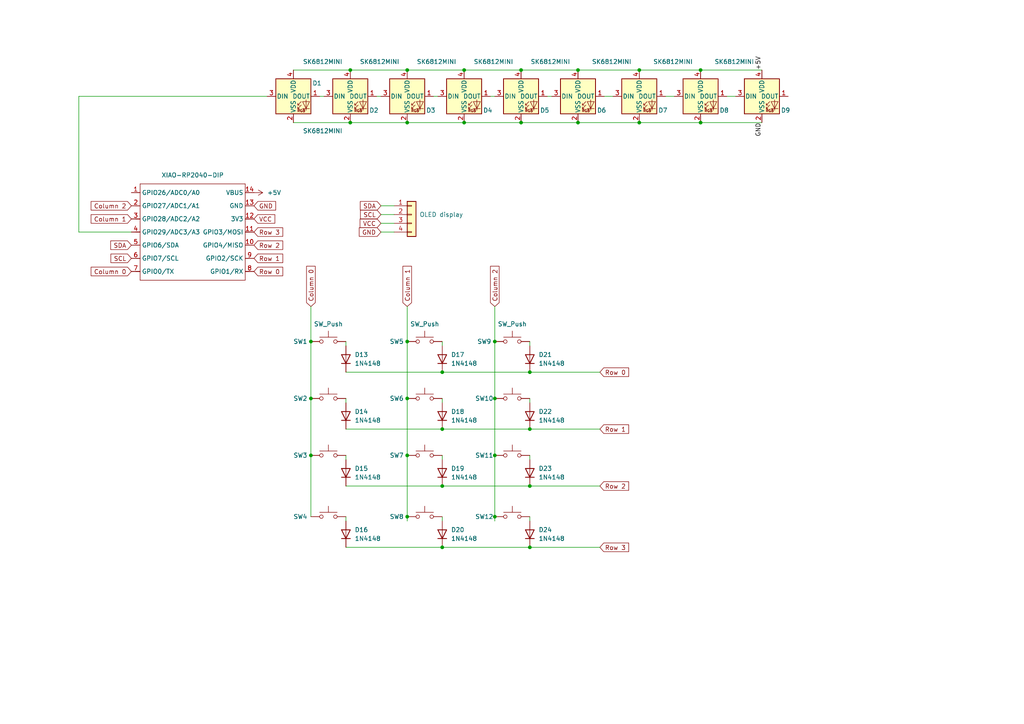
<source format=kicad_sch>
(kicad_sch
	(version 20250114)
	(generator "eeschema")
	(generator_version "9.0")
	(uuid "ea0a1eff-1e69-48ae-8beb-4d50bdf0c60d")
	(paper "A4")
	(lib_symbols
		(symbol "Connector_Generic:Conn_01x04"
			(pin_names
				(offset 1.016)
				(hide yes)
			)
			(exclude_from_sim no)
			(in_bom yes)
			(on_board yes)
			(property "Reference" "J1"
				(at 2.54 0.0001 0)
				(effects
					(font
						(size 1.27 1.27)
					)
					(justify left)
					(hide yes)
				)
			)
			(property "Value" "OLED display"
				(at 2.286 0 0)
				(effects
					(font
						(size 1.27 1.27)
					)
					(justify left)
				)
			)
			(property "Footprint" ""
				(at 0 0 0)
				(effects
					(font
						(size 1.27 1.27)
					)
					(hide yes)
				)
			)
			(property "Datasheet" "~"
				(at 0 0 0)
				(effects
					(font
						(size 1.27 1.27)
					)
					(hide yes)
				)
			)
			(property "Description" "Generic connector, single row, 01x04, script generated (kicad-library-utils/schlib/autogen/connector/)"
				(at 0 0 0)
				(effects
					(font
						(size 1.27 1.27)
					)
					(hide yes)
				)
			)
			(property "ki_keywords" "connector"
				(at 0 0 0)
				(effects
					(font
						(size 1.27 1.27)
					)
					(hide yes)
				)
			)
			(property "ki_fp_filters" "Connector*:*_1x??_*"
				(at 0 0 0)
				(effects
					(font
						(size 1.27 1.27)
					)
					(hide yes)
				)
			)
			(symbol "Conn_01x04_1_1"
				(rectangle
					(start -1.27 3.81)
					(end 1.27 -6.35)
					(stroke
						(width 0.254)
						(type default)
					)
					(fill
						(type background)
					)
				)
				(rectangle
					(start -1.27 2.667)
					(end 0 2.413)
					(stroke
						(width 0.1524)
						(type default)
					)
					(fill
						(type none)
					)
				)
				(rectangle
					(start -1.27 0.127)
					(end 0 -0.127)
					(stroke
						(width 0.1524)
						(type default)
					)
					(fill
						(type none)
					)
				)
				(rectangle
					(start -1.27 -2.413)
					(end 0 -2.667)
					(stroke
						(width 0.1524)
						(type default)
					)
					(fill
						(type none)
					)
				)
				(rectangle
					(start -1.27 -4.953)
					(end 0 -5.207)
					(stroke
						(width 0.1524)
						(type default)
					)
					(fill
						(type none)
					)
				)
				(pin passive line
					(at -5.08 2.54 0)
					(length 3.81)
					(name "Pin_1"
						(effects
							(font
								(size 1.27 1.27)
							)
						)
					)
					(number "1"
						(effects
							(font
								(size 1.27 1.27)
							)
						)
					)
				)
				(pin passive line
					(at -5.08 0 0)
					(length 3.81)
					(name "Pin_2"
						(effects
							(font
								(size 1.27 1.27)
							)
						)
					)
					(number "2"
						(effects
							(font
								(size 1.27 1.27)
							)
						)
					)
				)
				(pin passive line
					(at -5.08 -2.54 0)
					(length 3.81)
					(name "Pin_3"
						(effects
							(font
								(size 1.27 1.27)
							)
						)
					)
					(number "3"
						(effects
							(font
								(size 1.27 1.27)
							)
						)
					)
				)
				(pin passive line
					(at -5.08 -5.08 0)
					(length 3.81)
					(name "Pin_4"
						(effects
							(font
								(size 1.27 1.27)
							)
						)
					)
					(number "4"
						(effects
							(font
								(size 1.27 1.27)
							)
						)
					)
				)
			)
			(embedded_fonts no)
		)
		(symbol "Diode:1N4148"
			(pin_numbers
				(hide yes)
			)
			(pin_names
				(hide yes)
			)
			(exclude_from_sim no)
			(in_bom yes)
			(on_board yes)
			(property "Reference" "D"
				(at 0 2.54 0)
				(effects
					(font
						(size 1.27 1.27)
					)
				)
			)
			(property "Value" "1N4148"
				(at 0 -2.54 0)
				(effects
					(font
						(size 1.27 1.27)
					)
				)
			)
			(property "Footprint" "Diode_THT:D_DO-35_SOD27_P7.62mm_Horizontal"
				(at 0 0 0)
				(effects
					(font
						(size 1.27 1.27)
					)
					(hide yes)
				)
			)
			(property "Datasheet" "https://assets.nexperia.com/documents/data-sheet/1N4148_1N4448.pdf"
				(at 0 0 0)
				(effects
					(font
						(size 1.27 1.27)
					)
					(hide yes)
				)
			)
			(property "Description" "100V 0.15A standard switching diode, DO-35"
				(at 0 0 0)
				(effects
					(font
						(size 1.27 1.27)
					)
					(hide yes)
				)
			)
			(property "Sim.Device" "D"
				(at 0 0 0)
				(effects
					(font
						(size 1.27 1.27)
					)
					(hide yes)
				)
			)
			(property "Sim.Pins" "1=K 2=A"
				(at 0 0 0)
				(effects
					(font
						(size 1.27 1.27)
					)
					(hide yes)
				)
			)
			(property "ki_keywords" "diode"
				(at 0 0 0)
				(effects
					(font
						(size 1.27 1.27)
					)
					(hide yes)
				)
			)
			(property "ki_fp_filters" "D*DO?35*"
				(at 0 0 0)
				(effects
					(font
						(size 1.27 1.27)
					)
					(hide yes)
				)
			)
			(symbol "1N4148_0_1"
				(polyline
					(pts
						(xy -1.27 1.27) (xy -1.27 -1.27)
					)
					(stroke
						(width 0.254)
						(type default)
					)
					(fill
						(type none)
					)
				)
				(polyline
					(pts
						(xy 1.27 1.27) (xy 1.27 -1.27) (xy -1.27 0) (xy 1.27 1.27)
					)
					(stroke
						(width 0.254)
						(type default)
					)
					(fill
						(type none)
					)
				)
				(polyline
					(pts
						(xy 1.27 0) (xy -1.27 0)
					)
					(stroke
						(width 0)
						(type default)
					)
					(fill
						(type none)
					)
				)
			)
			(symbol "1N4148_1_1"
				(pin passive line
					(at -3.81 0 0)
					(length 2.54)
					(name "K"
						(effects
							(font
								(size 1.27 1.27)
							)
						)
					)
					(number "1"
						(effects
							(font
								(size 1.27 1.27)
							)
						)
					)
				)
				(pin passive line
					(at 3.81 0 180)
					(length 2.54)
					(name "A"
						(effects
							(font
								(size 1.27 1.27)
							)
						)
					)
					(number "2"
						(effects
							(font
								(size 1.27 1.27)
							)
						)
					)
				)
			)
			(embedded_fonts no)
		)
		(symbol "LED:SK6812MINI"
			(pin_names
				(offset 0.254)
			)
			(exclude_from_sim no)
			(in_bom yes)
			(on_board yes)
			(property "Reference" "D"
				(at 5.08 5.715 0)
				(effects
					(font
						(size 1.27 1.27)
					)
					(justify right bottom)
				)
			)
			(property "Value" "SK6812MINI"
				(at 1.27 -5.715 0)
				(effects
					(font
						(size 1.27 1.27)
					)
					(justify left top)
				)
			)
			(property "Footprint" "LED_SMD:LED_SK6812MINI_PLCC4_3.5x3.5mm_P1.75mm"
				(at 1.27 -7.62 0)
				(effects
					(font
						(size 1.27 1.27)
					)
					(justify left top)
					(hide yes)
				)
			)
			(property "Datasheet" "https://cdn-shop.adafruit.com/product-files/2686/SK6812MINI_REV.01-1-2.pdf"
				(at 2.54 -9.525 0)
				(effects
					(font
						(size 1.27 1.27)
					)
					(justify left top)
					(hide yes)
				)
			)
			(property "Description" "RGB LED with integrated controller"
				(at 0 0 0)
				(effects
					(font
						(size 1.27 1.27)
					)
					(hide yes)
				)
			)
			(property "ki_keywords" "RGB LED NeoPixel Mini addressable"
				(at 0 0 0)
				(effects
					(font
						(size 1.27 1.27)
					)
					(hide yes)
				)
			)
			(property "ki_fp_filters" "LED*SK6812MINI*PLCC*3.5x3.5mm*P1.75mm*"
				(at 0 0 0)
				(effects
					(font
						(size 1.27 1.27)
					)
					(hide yes)
				)
			)
			(symbol "SK6812MINI_0_0"
				(text "RGB"
					(at 2.286 -4.191 0)
					(effects
						(font
							(size 0.762 0.762)
						)
					)
				)
			)
			(symbol "SK6812MINI_0_1"
				(polyline
					(pts
						(xy 1.27 -2.54) (xy 1.778 -2.54)
					)
					(stroke
						(width 0)
						(type default)
					)
					(fill
						(type none)
					)
				)
				(polyline
					(pts
						(xy 1.27 -3.556) (xy 1.778 -3.556)
					)
					(stroke
						(width 0)
						(type default)
					)
					(fill
						(type none)
					)
				)
				(polyline
					(pts
						(xy 2.286 -1.524) (xy 1.27 -2.54) (xy 1.27 -2.032)
					)
					(stroke
						(width 0)
						(type default)
					)
					(fill
						(type none)
					)
				)
				(polyline
					(pts
						(xy 2.286 -2.54) (xy 1.27 -3.556) (xy 1.27 -3.048)
					)
					(stroke
						(width 0)
						(type default)
					)
					(fill
						(type none)
					)
				)
				(polyline
					(pts
						(xy 3.683 -1.016) (xy 3.683 -3.556) (xy 3.683 -4.064)
					)
					(stroke
						(width 0)
						(type default)
					)
					(fill
						(type none)
					)
				)
				(polyline
					(pts
						(xy 4.699 -1.524) (xy 2.667 -1.524) (xy 3.683 -3.556) (xy 4.699 -1.524)
					)
					(stroke
						(width 0)
						(type default)
					)
					(fill
						(type none)
					)
				)
				(polyline
					(pts
						(xy 4.699 -3.556) (xy 2.667 -3.556)
					)
					(stroke
						(width 0)
						(type default)
					)
					(fill
						(type none)
					)
				)
				(rectangle
					(start 5.08 5.08)
					(end -5.08 -5.08)
					(stroke
						(width 0.254)
						(type default)
					)
					(fill
						(type background)
					)
				)
			)
			(symbol "SK6812MINI_1_1"
				(pin input line
					(at -7.62 0 0)
					(length 2.54)
					(name "DIN"
						(effects
							(font
								(size 1.27 1.27)
							)
						)
					)
					(number "3"
						(effects
							(font
								(size 1.27 1.27)
							)
						)
					)
				)
				(pin power_in line
					(at 0 7.62 270)
					(length 2.54)
					(name "VDD"
						(effects
							(font
								(size 1.27 1.27)
							)
						)
					)
					(number "4"
						(effects
							(font
								(size 1.27 1.27)
							)
						)
					)
				)
				(pin power_in line
					(at 0 -7.62 90)
					(length 2.54)
					(name "VSS"
						(effects
							(font
								(size 1.27 1.27)
							)
						)
					)
					(number "2"
						(effects
							(font
								(size 1.27 1.27)
							)
						)
					)
				)
				(pin output line
					(at 7.62 0 180)
					(length 2.54)
					(name "DOUT"
						(effects
							(font
								(size 1.27 1.27)
							)
						)
					)
					(number "1"
						(effects
							(font
								(size 1.27 1.27)
							)
						)
					)
				)
			)
			(embedded_fonts no)
		)
		(symbol "OPL Library 1:XIAO-RP2040-DIP"
			(exclude_from_sim no)
			(in_bom yes)
			(on_board yes)
			(property "Reference" "U"
				(at 0 0 0)
				(effects
					(font
						(size 1.27 1.27)
					)
				)
			)
			(property "Value" "XIAO-RP2040-DIP"
				(at 5.334 -1.778 0)
				(effects
					(font
						(size 1.27 1.27)
					)
				)
			)
			(property "Footprint" "Module:MOUDLE14P-XIAO-DIP-SMD"
				(at 14.478 -32.258 0)
				(effects
					(font
						(size 1.27 1.27)
					)
					(hide yes)
				)
			)
			(property "Datasheet" ""
				(at 0 0 0)
				(effects
					(font
						(size 1.27 1.27)
					)
					(hide yes)
				)
			)
			(property "Description" ""
				(at 0 0 0)
				(effects
					(font
						(size 1.27 1.27)
					)
					(hide yes)
				)
			)
			(symbol "XIAO-RP2040-DIP_1_0"
				(polyline
					(pts
						(xy -1.27 -2.54) (xy 29.21 -2.54)
					)
					(stroke
						(width 0.1524)
						(type solid)
					)
					(fill
						(type none)
					)
				)
				(polyline
					(pts
						(xy -1.27 -5.08) (xy -2.54 -5.08)
					)
					(stroke
						(width 0.1524)
						(type solid)
					)
					(fill
						(type none)
					)
				)
				(polyline
					(pts
						(xy -1.27 -5.08) (xy -1.27 -2.54)
					)
					(stroke
						(width 0.1524)
						(type solid)
					)
					(fill
						(type none)
					)
				)
				(polyline
					(pts
						(xy -1.27 -8.89) (xy -2.54 -8.89)
					)
					(stroke
						(width 0.1524)
						(type solid)
					)
					(fill
						(type none)
					)
				)
				(polyline
					(pts
						(xy -1.27 -8.89) (xy -1.27 -5.08)
					)
					(stroke
						(width 0.1524)
						(type solid)
					)
					(fill
						(type none)
					)
				)
				(polyline
					(pts
						(xy -1.27 -12.7) (xy -2.54 -12.7)
					)
					(stroke
						(width 0.1524)
						(type solid)
					)
					(fill
						(type none)
					)
				)
				(polyline
					(pts
						(xy -1.27 -12.7) (xy -1.27 -8.89)
					)
					(stroke
						(width 0.1524)
						(type solid)
					)
					(fill
						(type none)
					)
				)
				(polyline
					(pts
						(xy -1.27 -16.51) (xy -2.54 -16.51)
					)
					(stroke
						(width 0.1524)
						(type solid)
					)
					(fill
						(type none)
					)
				)
				(polyline
					(pts
						(xy -1.27 -16.51) (xy -1.27 -12.7)
					)
					(stroke
						(width 0.1524)
						(type solid)
					)
					(fill
						(type none)
					)
				)
				(polyline
					(pts
						(xy -1.27 -20.32) (xy -2.54 -20.32)
					)
					(stroke
						(width 0.1524)
						(type solid)
					)
					(fill
						(type none)
					)
				)
				(polyline
					(pts
						(xy -1.27 -24.13) (xy -2.54 -24.13)
					)
					(stroke
						(width 0.1524)
						(type solid)
					)
					(fill
						(type none)
					)
				)
				(polyline
					(pts
						(xy -1.27 -27.94) (xy -2.54 -27.94)
					)
					(stroke
						(width 0.1524)
						(type solid)
					)
					(fill
						(type none)
					)
				)
				(polyline
					(pts
						(xy -1.27 -30.48) (xy -1.27 -16.51)
					)
					(stroke
						(width 0.1524)
						(type solid)
					)
					(fill
						(type none)
					)
				)
				(polyline
					(pts
						(xy 29.21 -2.54) (xy 29.21 -5.08)
					)
					(stroke
						(width 0.1524)
						(type solid)
					)
					(fill
						(type none)
					)
				)
				(polyline
					(pts
						(xy 29.21 -5.08) (xy 29.21 -8.89)
					)
					(stroke
						(width 0.1524)
						(type solid)
					)
					(fill
						(type none)
					)
				)
				(polyline
					(pts
						(xy 29.21 -8.89) (xy 29.21 -12.7)
					)
					(stroke
						(width 0.1524)
						(type solid)
					)
					(fill
						(type none)
					)
				)
				(polyline
					(pts
						(xy 29.21 -12.7) (xy 29.21 -30.48)
					)
					(stroke
						(width 0.1524)
						(type solid)
					)
					(fill
						(type none)
					)
				)
				(polyline
					(pts
						(xy 29.21 -30.48) (xy -1.27 -30.48)
					)
					(stroke
						(width 0.1524)
						(type solid)
					)
					(fill
						(type none)
					)
				)
				(polyline
					(pts
						(xy 30.48 -5.08) (xy 29.21 -5.08)
					)
					(stroke
						(width 0.1524)
						(type solid)
					)
					(fill
						(type none)
					)
				)
				(polyline
					(pts
						(xy 30.48 -8.89) (xy 29.21 -8.89)
					)
					(stroke
						(width 0.1524)
						(type solid)
					)
					(fill
						(type none)
					)
				)
				(polyline
					(pts
						(xy 30.48 -12.7) (xy 29.21 -12.7)
					)
					(stroke
						(width 0.1524)
						(type solid)
					)
					(fill
						(type none)
					)
				)
				(polyline
					(pts
						(xy 30.48 -16.51) (xy 29.21 -16.51)
					)
					(stroke
						(width 0.1524)
						(type solid)
					)
					(fill
						(type none)
					)
				)
				(polyline
					(pts
						(xy 30.48 -20.32) (xy 29.21 -20.32)
					)
					(stroke
						(width 0.1524)
						(type solid)
					)
					(fill
						(type none)
					)
				)
				(polyline
					(pts
						(xy 30.48 -24.13) (xy 29.21 -24.13)
					)
					(stroke
						(width 0.1524)
						(type solid)
					)
					(fill
						(type none)
					)
				)
				(polyline
					(pts
						(xy 30.48 -27.94) (xy 29.21 -27.94)
					)
					(stroke
						(width 0.1524)
						(type solid)
					)
					(fill
						(type none)
					)
				)
				(pin passive line
					(at -3.81 -5.08 0)
					(length 2.54)
					(name "GPIO26/ADC0/A0"
						(effects
							(font
								(size 1.27 1.27)
							)
						)
					)
					(number "1"
						(effects
							(font
								(size 1.27 1.27)
							)
						)
					)
				)
				(pin passive line
					(at -3.81 -8.89 0)
					(length 2.54)
					(name "GPIO27/ADC1/A1"
						(effects
							(font
								(size 1.27 1.27)
							)
						)
					)
					(number "2"
						(effects
							(font
								(size 1.27 1.27)
							)
						)
					)
				)
				(pin passive line
					(at -3.81 -12.7 0)
					(length 2.54)
					(name "GPIO28/ADC2/A2"
						(effects
							(font
								(size 1.27 1.27)
							)
						)
					)
					(number "3"
						(effects
							(font
								(size 1.27 1.27)
							)
						)
					)
				)
				(pin passive line
					(at -3.81 -16.51 0)
					(length 2.54)
					(name "GPIO29/ADC3/A3"
						(effects
							(font
								(size 1.27 1.27)
							)
						)
					)
					(number "4"
						(effects
							(font
								(size 1.27 1.27)
							)
						)
					)
				)
				(pin passive line
					(at -3.81 -20.32 0)
					(length 2.54)
					(name "GPIO6/SDA"
						(effects
							(font
								(size 1.27 1.27)
							)
						)
					)
					(number "5"
						(effects
							(font
								(size 1.27 1.27)
							)
						)
					)
				)
				(pin passive line
					(at -3.81 -24.13 0)
					(length 2.54)
					(name "GPIO7/SCL"
						(effects
							(font
								(size 1.27 1.27)
							)
						)
					)
					(number "6"
						(effects
							(font
								(size 1.27 1.27)
							)
						)
					)
				)
				(pin passive line
					(at -3.81 -27.94 0)
					(length 2.54)
					(name "GPIO0/TX"
						(effects
							(font
								(size 1.27 1.27)
							)
						)
					)
					(number "7"
						(effects
							(font
								(size 1.27 1.27)
							)
						)
					)
				)
				(pin passive line
					(at 31.75 -5.08 180)
					(length 2.54)
					(name "VBUS"
						(effects
							(font
								(size 1.27 1.27)
							)
						)
					)
					(number "14"
						(effects
							(font
								(size 1.27 1.27)
							)
						)
					)
				)
				(pin passive line
					(at 31.75 -8.89 180)
					(length 2.54)
					(name "GND"
						(effects
							(font
								(size 1.27 1.27)
							)
						)
					)
					(number "13"
						(effects
							(font
								(size 1.27 1.27)
							)
						)
					)
				)
				(pin passive line
					(at 31.75 -12.7 180)
					(length 2.54)
					(name "3V3"
						(effects
							(font
								(size 1.27 1.27)
							)
						)
					)
					(number "12"
						(effects
							(font
								(size 1.27 1.27)
							)
						)
					)
				)
				(pin passive line
					(at 31.75 -16.51 180)
					(length 2.54)
					(name "GPIO3/MOSI"
						(effects
							(font
								(size 1.27 1.27)
							)
						)
					)
					(number "11"
						(effects
							(font
								(size 1.27 1.27)
							)
						)
					)
				)
				(pin passive line
					(at 31.75 -20.32 180)
					(length 2.54)
					(name "GPIO4/MISO"
						(effects
							(font
								(size 1.27 1.27)
							)
						)
					)
					(number "10"
						(effects
							(font
								(size 1.27 1.27)
							)
						)
					)
				)
				(pin passive line
					(at 31.75 -24.13 180)
					(length 2.54)
					(name "GPIO2/SCK"
						(effects
							(font
								(size 1.27 1.27)
							)
						)
					)
					(number "9"
						(effects
							(font
								(size 1.27 1.27)
							)
						)
					)
				)
				(pin passive line
					(at 31.75 -27.94 180)
					(length 2.54)
					(name "GPIO1/RX"
						(effects
							(font
								(size 1.27 1.27)
							)
						)
					)
					(number "8"
						(effects
							(font
								(size 1.27 1.27)
							)
						)
					)
				)
			)
			(embedded_fonts no)
		)
		(symbol "Switch:SW_Push"
			(pin_numbers
				(hide yes)
			)
			(pin_names
				(offset 1.016)
				(hide yes)
			)
			(exclude_from_sim no)
			(in_bom yes)
			(on_board yes)
			(property "Reference" "SW"
				(at 1.27 2.54 0)
				(effects
					(font
						(size 1.27 1.27)
					)
					(justify left)
				)
			)
			(property "Value" "SW_Push"
				(at 0 -1.524 0)
				(effects
					(font
						(size 1.27 1.27)
					)
				)
			)
			(property "Footprint" ""
				(at 0 5.08 0)
				(effects
					(font
						(size 1.27 1.27)
					)
					(hide yes)
				)
			)
			(property "Datasheet" "~"
				(at 0 5.08 0)
				(effects
					(font
						(size 1.27 1.27)
					)
					(hide yes)
				)
			)
			(property "Description" "Push button switch, generic, two pins"
				(at 0 0 0)
				(effects
					(font
						(size 1.27 1.27)
					)
					(hide yes)
				)
			)
			(property "ki_keywords" "switch normally-open pushbutton push-button"
				(at 0 0 0)
				(effects
					(font
						(size 1.27 1.27)
					)
					(hide yes)
				)
			)
			(symbol "SW_Push_0_1"
				(circle
					(center -2.032 0)
					(radius 0.508)
					(stroke
						(width 0)
						(type default)
					)
					(fill
						(type none)
					)
				)
				(polyline
					(pts
						(xy 0 1.27) (xy 0 3.048)
					)
					(stroke
						(width 0)
						(type default)
					)
					(fill
						(type none)
					)
				)
				(circle
					(center 2.032 0)
					(radius 0.508)
					(stroke
						(width 0)
						(type default)
					)
					(fill
						(type none)
					)
				)
				(polyline
					(pts
						(xy 2.54 1.27) (xy -2.54 1.27)
					)
					(stroke
						(width 0)
						(type default)
					)
					(fill
						(type none)
					)
				)
				(pin passive line
					(at -5.08 0 0)
					(length 2.54)
					(name "1"
						(effects
							(font
								(size 1.27 1.27)
							)
						)
					)
					(number "1"
						(effects
							(font
								(size 1.27 1.27)
							)
						)
					)
				)
				(pin passive line
					(at 5.08 0 180)
					(length 2.54)
					(name "2"
						(effects
							(font
								(size 1.27 1.27)
							)
						)
					)
					(number "2"
						(effects
							(font
								(size 1.27 1.27)
							)
						)
					)
				)
			)
			(embedded_fonts no)
		)
		(symbol "power:+5V"
			(power)
			(pin_numbers
				(hide yes)
			)
			(pin_names
				(offset 0)
				(hide yes)
			)
			(exclude_from_sim no)
			(in_bom yes)
			(on_board yes)
			(property "Reference" "#PWR"
				(at 0 -3.81 0)
				(effects
					(font
						(size 1.27 1.27)
					)
					(hide yes)
				)
			)
			(property "Value" "+5V"
				(at 0 3.556 0)
				(effects
					(font
						(size 1.27 1.27)
					)
				)
			)
			(property "Footprint" ""
				(at 0 0 0)
				(effects
					(font
						(size 1.27 1.27)
					)
					(hide yes)
				)
			)
			(property "Datasheet" ""
				(at 0 0 0)
				(effects
					(font
						(size 1.27 1.27)
					)
					(hide yes)
				)
			)
			(property "Description" "Power symbol creates a global label with name \"+5V\""
				(at 0 0 0)
				(effects
					(font
						(size 1.27 1.27)
					)
					(hide yes)
				)
			)
			(property "ki_keywords" "global power"
				(at 0 0 0)
				(effects
					(font
						(size 1.27 1.27)
					)
					(hide yes)
				)
			)
			(symbol "+5V_0_1"
				(polyline
					(pts
						(xy -0.762 1.27) (xy 0 2.54)
					)
					(stroke
						(width 0)
						(type default)
					)
					(fill
						(type none)
					)
				)
				(polyline
					(pts
						(xy 0 2.54) (xy 0.762 1.27)
					)
					(stroke
						(width 0)
						(type default)
					)
					(fill
						(type none)
					)
				)
				(polyline
					(pts
						(xy 0 0) (xy 0 2.54)
					)
					(stroke
						(width 0)
						(type default)
					)
					(fill
						(type none)
					)
				)
			)
			(symbol "+5V_1_1"
				(pin power_in line
					(at 0 0 90)
					(length 0)
					(name "~"
						(effects
							(font
								(size 1.27 1.27)
							)
						)
					)
					(number "1"
						(effects
							(font
								(size 1.27 1.27)
							)
						)
					)
				)
			)
			(embedded_fonts no)
		)
	)
	(junction
		(at 90.17 99.06)
		(diameter 0)
		(color 0 0 0 0)
		(uuid "0657cc3a-6642-4426-9e8c-c866696f3c6e")
	)
	(junction
		(at 101.6 35.56)
		(diameter 0)
		(color 0 0 0 0)
		(uuid "0d759189-906c-422d-9d11-9c6578746cda")
	)
	(junction
		(at 143.51 115.57)
		(diameter 0)
		(color 0 0 0 0)
		(uuid "0ff8632c-fb3f-4851-9267-57217e0354f0")
	)
	(junction
		(at 153.67 107.95)
		(diameter 0)
		(color 0 0 0 0)
		(uuid "13611a38-fd4e-44d3-aaf0-6b5eac621d5d")
	)
	(junction
		(at 153.67 158.75)
		(diameter 0)
		(color 0 0 0 0)
		(uuid "2273b3f4-f3bb-4438-aebb-1c4876915ba3")
	)
	(junction
		(at 153.67 140.97)
		(diameter 0)
		(color 0 0 0 0)
		(uuid "27297cfa-7362-4a87-a049-af5de88f8bcf")
	)
	(junction
		(at 185.42 20.32)
		(diameter 0)
		(color 0 0 0 0)
		(uuid "39cb86c3-a055-4c08-95ab-b964cc54fbd7")
	)
	(junction
		(at 185.42 35.56)
		(diameter 0)
		(color 0 0 0 0)
		(uuid "3c94bffd-6135-4ac5-98f1-63644d195264")
	)
	(junction
		(at 118.11 149.86)
		(diameter 0)
		(color 0 0 0 0)
		(uuid "3cbc5883-4b89-41bb-89a7-e8bd66c85f3d")
	)
	(junction
		(at 128.27 140.97)
		(diameter 0)
		(color 0 0 0 0)
		(uuid "57ff639f-8da3-4d77-ad87-5b4d6a824900")
	)
	(junction
		(at 128.27 107.95)
		(diameter 0)
		(color 0 0 0 0)
		(uuid "5932739f-752b-45b2-b5dc-1f8a9103679d")
	)
	(junction
		(at 151.13 20.32)
		(diameter 0)
		(color 0 0 0 0)
		(uuid "615141c1-a308-430e-bc80-b7b1c129b7e0")
	)
	(junction
		(at 153.67 124.46)
		(diameter 0)
		(color 0 0 0 0)
		(uuid "65a2b930-b8f6-4ad0-8d99-b20e2d532d06")
	)
	(junction
		(at 118.11 132.08)
		(diameter 0)
		(color 0 0 0 0)
		(uuid "65d37de4-e99e-4113-8d62-21ed9d555a87")
	)
	(junction
		(at 143.51 149.86)
		(diameter 0)
		(color 0 0 0 0)
		(uuid "6edfaf77-3a8e-4a09-b13b-b72980961772")
	)
	(junction
		(at 118.11 99.06)
		(diameter 0)
		(color 0 0 0 0)
		(uuid "75912f36-b102-40c2-9bfa-51d8e617f93b")
	)
	(junction
		(at 134.62 35.56)
		(diameter 0)
		(color 0 0 0 0)
		(uuid "791a0c8e-3f0e-4e18-b394-08d1f780b26c")
	)
	(junction
		(at 128.27 158.75)
		(diameter 0)
		(color 0 0 0 0)
		(uuid "81f7ee88-d623-4168-ae99-9f6e6ff96a62")
	)
	(junction
		(at 143.51 132.08)
		(diameter 0)
		(color 0 0 0 0)
		(uuid "87b52af5-4e44-4b20-b9d3-4b50af167674")
	)
	(junction
		(at 128.27 124.46)
		(diameter 0)
		(color 0 0 0 0)
		(uuid "916da4d2-dac5-4f03-8f3d-060ac20f3a8d")
	)
	(junction
		(at 151.13 35.56)
		(diameter 0)
		(color 0 0 0 0)
		(uuid "94224d53-77a3-4667-9306-2b54f9f34069")
	)
	(junction
		(at 118.11 35.56)
		(diameter 0)
		(color 0 0 0 0)
		(uuid "9fb19a6f-4fd9-4cb7-aa22-1c9b741eac24")
	)
	(junction
		(at 101.6 20.32)
		(diameter 0)
		(color 0 0 0 0)
		(uuid "a54adcf6-a1b2-4927-b580-1b7c84e395cf")
	)
	(junction
		(at 167.64 35.56)
		(diameter 0)
		(color 0 0 0 0)
		(uuid "abf643ec-cac6-4bcc-9410-abe76e99f299")
	)
	(junction
		(at 118.11 20.32)
		(diameter 0)
		(color 0 0 0 0)
		(uuid "b2796365-5371-46ad-8528-8f0d259f67eb")
	)
	(junction
		(at 143.51 99.06)
		(diameter 0)
		(color 0 0 0 0)
		(uuid "b9600886-583e-4013-b5d0-c5292e78b883")
	)
	(junction
		(at 134.62 20.32)
		(diameter 0)
		(color 0 0 0 0)
		(uuid "d1dc50e0-1d12-4cfd-8d71-3be2142c706d")
	)
	(junction
		(at 90.17 115.57)
		(diameter 0)
		(color 0 0 0 0)
		(uuid "d94a7174-a993-44c6-a521-9ebbbd3efa5a")
	)
	(junction
		(at 203.2 35.56)
		(diameter 0)
		(color 0 0 0 0)
		(uuid "e388489d-29d3-4c64-b3de-962539c2ca39")
	)
	(junction
		(at 90.17 132.08)
		(diameter 0)
		(color 0 0 0 0)
		(uuid "e4a34ec4-b268-4e1d-bcd2-f3d762b3f5df")
	)
	(junction
		(at 203.2 20.32)
		(diameter 0)
		(color 0 0 0 0)
		(uuid "e702a2db-a556-4451-a920-05adc09328e2")
	)
	(junction
		(at 118.11 115.57)
		(diameter 0)
		(color 0 0 0 0)
		(uuid "eb0dffb5-333f-46f7-9cd7-1b0cc2f4c11e")
	)
	(junction
		(at 167.64 20.32)
		(diameter 0)
		(color 0 0 0 0)
		(uuid "f2e09900-7868-4030-9c28-5d3e0f9c49e6")
	)
	(wire
		(pts
			(xy 175.26 27.94) (xy 177.8 27.94)
		)
		(stroke
			(width 0)
			(type default)
		)
		(uuid "02a38124-6f1c-48e3-bb87-0a748161efc7")
	)
	(wire
		(pts
			(xy 128.27 158.75) (xy 153.67 158.75)
		)
		(stroke
			(width 0)
			(type default)
		)
		(uuid "0555d30a-47d6-49df-a060-4f96416bcf20")
	)
	(wire
		(pts
			(xy 128.27 100.33) (xy 128.27 99.06)
		)
		(stroke
			(width 0)
			(type default)
		)
		(uuid "097e6a32-daa5-4bd6-af19-66908fe47700")
	)
	(wire
		(pts
			(xy 151.13 20.32) (xy 167.64 20.32)
		)
		(stroke
			(width 0)
			(type default)
		)
		(uuid "0d8c9d29-676c-43e6-9c4e-c98bde19d3b2")
	)
	(wire
		(pts
			(xy 100.33 116.84) (xy 100.33 115.57)
		)
		(stroke
			(width 0)
			(type default)
		)
		(uuid "0f8cceb4-18e0-4fdc-ab41-ef38c0e69ed6")
	)
	(wire
		(pts
			(xy 185.42 20.32) (xy 203.2 20.32)
		)
		(stroke
			(width 0)
			(type default)
		)
		(uuid "12e8f2c2-23f4-4e48-9ee3-ec6061c48430")
	)
	(wire
		(pts
			(xy 118.11 35.56) (xy 134.62 35.56)
		)
		(stroke
			(width 0)
			(type default)
		)
		(uuid "1781ee74-4b2f-4df0-ac96-526b8e84fc90")
	)
	(wire
		(pts
			(xy 128.27 133.35) (xy 128.27 132.08)
		)
		(stroke
			(width 0)
			(type default)
		)
		(uuid "1f762d34-b15d-4120-b736-2184472c6791")
	)
	(wire
		(pts
			(xy 100.33 100.33) (xy 100.33 99.06)
		)
		(stroke
			(width 0)
			(type default)
		)
		(uuid "267a31cf-41d2-4bd0-a774-949663f1a238")
	)
	(wire
		(pts
			(xy 85.09 20.32) (xy 101.6 20.32)
		)
		(stroke
			(width 0)
			(type default)
		)
		(uuid "2a9badee-c8e0-4088-9398-32a656a3aad2")
	)
	(wire
		(pts
			(xy 100.33 133.35) (xy 100.33 132.08)
		)
		(stroke
			(width 0)
			(type default)
		)
		(uuid "31e2543f-6e6a-40f6-9ec9-2ab516ff38ed")
	)
	(wire
		(pts
			(xy 153.67 124.46) (xy 173.99 124.46)
		)
		(stroke
			(width 0)
			(type default)
		)
		(uuid "4355f966-2df5-4f20-9fd7-964734043e63")
	)
	(wire
		(pts
			(xy 210.82 27.94) (xy 213.36 27.94)
		)
		(stroke
			(width 0)
			(type default)
		)
		(uuid "483521c4-ba7e-4812-9c8e-8080906ab8ca")
	)
	(wire
		(pts
			(xy 100.33 158.75) (xy 128.27 158.75)
		)
		(stroke
			(width 0)
			(type default)
		)
		(uuid "4fbf44d1-561a-46e7-8138-5cbb3dbf0e58")
	)
	(wire
		(pts
			(xy 134.62 35.56) (xy 151.13 35.56)
		)
		(stroke
			(width 0)
			(type default)
		)
		(uuid "52dfb89f-71bc-4a81-ba02-9bef685ff2d3")
	)
	(wire
		(pts
			(xy 125.73 27.94) (xy 127 27.94)
		)
		(stroke
			(width 0)
			(type default)
		)
		(uuid "59003cae-5dee-4ad0-9d9f-d3e2fe3fa654")
	)
	(wire
		(pts
			(xy 203.2 35.56) (xy 220.98 35.56)
		)
		(stroke
			(width 0)
			(type default)
		)
		(uuid "594faf1a-8f80-4b82-b747-67984b0fb1b9")
	)
	(wire
		(pts
			(xy 77.47 27.94) (xy 22.86 27.94)
		)
		(stroke
			(width 0)
			(type default)
		)
		(uuid "5b7be145-56eb-4189-b41d-134e72ab028e")
	)
	(wire
		(pts
			(xy 90.17 115.57) (xy 90.17 132.08)
		)
		(stroke
			(width 0)
			(type default)
		)
		(uuid "5c218cac-9155-4ec9-b73d-cb3e49c0c601")
	)
	(wire
		(pts
			(xy 153.67 140.97) (xy 173.99 140.97)
		)
		(stroke
			(width 0)
			(type default)
		)
		(uuid "5cb3ce66-5b5d-450b-b796-bb667176f54a")
	)
	(wire
		(pts
			(xy 109.22 27.94) (xy 110.49 27.94)
		)
		(stroke
			(width 0)
			(type default)
		)
		(uuid "5f3ad782-ea00-4e26-bb43-32b3a6ff1577")
	)
	(wire
		(pts
			(xy 128.27 151.13) (xy 128.27 149.86)
		)
		(stroke
			(width 0)
			(type default)
		)
		(uuid "678cc4e6-a777-4c37-9d81-e0869a732ff0")
	)
	(wire
		(pts
			(xy 118.11 115.57) (xy 118.11 132.08)
		)
		(stroke
			(width 0)
			(type default)
		)
		(uuid "682905ba-a56d-4a4f-a8c0-00470e69ff5d")
	)
	(wire
		(pts
			(xy 100.33 151.13) (xy 100.33 149.86)
		)
		(stroke
			(width 0)
			(type default)
		)
		(uuid "6a9b3dc1-92bb-4af5-8a62-da9608f70fb6")
	)
	(wire
		(pts
			(xy 153.67 133.35) (xy 153.67 132.08)
		)
		(stroke
			(width 0)
			(type default)
		)
		(uuid "6c09bd9f-bc32-44c7-828a-486b150b10cc")
	)
	(wire
		(pts
			(xy 128.27 116.84) (xy 128.27 115.57)
		)
		(stroke
			(width 0)
			(type default)
		)
		(uuid "6f84bc83-23f9-45da-9291-4bf1a99de3f0")
	)
	(wire
		(pts
			(xy 101.6 35.56) (xy 118.11 35.56)
		)
		(stroke
			(width 0)
			(type default)
		)
		(uuid "71889013-9c32-4339-b949-bb5143cb2db4")
	)
	(wire
		(pts
			(xy 90.17 99.06) (xy 90.17 115.57)
		)
		(stroke
			(width 0)
			(type default)
		)
		(uuid "72a325c2-ff23-4807-985f-6a2da03f7c51")
	)
	(wire
		(pts
			(xy 110.49 62.23) (xy 114.3 62.23)
		)
		(stroke
			(width 0)
			(type default)
		)
		(uuid "75a40714-a52e-464a-b420-0c62a2e38f00")
	)
	(wire
		(pts
			(xy 100.33 124.46) (xy 128.27 124.46)
		)
		(stroke
			(width 0)
			(type default)
		)
		(uuid "79e93ef7-6072-48b5-8b7c-b6e616d4fd43")
	)
	(wire
		(pts
			(xy 153.67 107.95) (xy 173.99 107.95)
		)
		(stroke
			(width 0)
			(type default)
		)
		(uuid "7a02a3f0-0ff4-47aa-bae6-b88e0a14f1d9")
	)
	(wire
		(pts
			(xy 118.11 88.9) (xy 118.11 99.06)
		)
		(stroke
			(width 0)
			(type default)
		)
		(uuid "866a4d1e-b03d-4909-9af5-0573f3ce8f66")
	)
	(wire
		(pts
			(xy 153.67 100.33) (xy 153.67 99.06)
		)
		(stroke
			(width 0)
			(type default)
		)
		(uuid "883df852-547f-4624-be88-2a542b1c93c4")
	)
	(wire
		(pts
			(xy 118.11 151.13) (xy 118.11 149.86)
		)
		(stroke
			(width 0)
			(type default)
		)
		(uuid "8f93cf00-a3da-4127-8a0b-d942aa880c62")
	)
	(wire
		(pts
			(xy 167.64 35.56) (xy 185.42 35.56)
		)
		(stroke
			(width 0)
			(type default)
		)
		(uuid "932886c7-e1b0-4eaf-9862-1aec5350e0ec")
	)
	(wire
		(pts
			(xy 128.27 107.95) (xy 153.67 107.95)
		)
		(stroke
			(width 0)
			(type default)
		)
		(uuid "974c1628-8fb0-4bf5-ae95-054677ae5815")
	)
	(wire
		(pts
			(xy 110.49 64.77) (xy 114.3 64.77)
		)
		(stroke
			(width 0)
			(type default)
		)
		(uuid "9828b850-893d-4f6e-9fce-925ac62d9bbe")
	)
	(wire
		(pts
			(xy 158.75 27.94) (xy 160.02 27.94)
		)
		(stroke
			(width 0)
			(type default)
		)
		(uuid "99fb6735-4a03-4dc7-b8b1-34548394bea6")
	)
	(wire
		(pts
			(xy 142.24 27.94) (xy 143.51 27.94)
		)
		(stroke
			(width 0)
			(type default)
		)
		(uuid "9d417346-6a79-48cb-8a89-8c8addc9afae")
	)
	(wire
		(pts
			(xy 90.17 132.08) (xy 90.17 149.86)
		)
		(stroke
			(width 0)
			(type default)
		)
		(uuid "a0606c95-d189-4247-9841-29bef3660f5f")
	)
	(wire
		(pts
			(xy 153.67 116.84) (xy 153.67 115.57)
		)
		(stroke
			(width 0)
			(type default)
		)
		(uuid "a2591425-a660-4b78-ae56-cf97d4cd72ea")
	)
	(wire
		(pts
			(xy 185.42 35.56) (xy 203.2 35.56)
		)
		(stroke
			(width 0)
			(type default)
		)
		(uuid "a645a349-5130-4355-bfea-83289149da2a")
	)
	(wire
		(pts
			(xy 110.49 59.69) (xy 114.3 59.69)
		)
		(stroke
			(width 0)
			(type default)
		)
		(uuid "a68bcf42-1710-4ef6-a3ef-d5fc6f6fc76f")
	)
	(wire
		(pts
			(xy 118.11 132.08) (xy 118.11 149.86)
		)
		(stroke
			(width 0)
			(type default)
		)
		(uuid "ab610978-2579-40ec-a0c6-a5ccc51d207a")
	)
	(wire
		(pts
			(xy 143.51 99.06) (xy 143.51 115.57)
		)
		(stroke
			(width 0)
			(type default)
		)
		(uuid "af171267-6c3a-4dbb-965a-7dc0932b41d1")
	)
	(wire
		(pts
			(xy 151.13 35.56) (xy 167.64 35.56)
		)
		(stroke
			(width 0)
			(type default)
		)
		(uuid "af2cdcbd-4acb-4b10-a1a4-1e687b3134fe")
	)
	(wire
		(pts
			(xy 128.27 140.97) (xy 153.67 140.97)
		)
		(stroke
			(width 0)
			(type default)
		)
		(uuid "b981a5e5-3837-4cc1-942f-72eca1356e47")
	)
	(wire
		(pts
			(xy 143.51 115.57) (xy 143.51 132.08)
		)
		(stroke
			(width 0)
			(type default)
		)
		(uuid "b9a734ab-df8d-414e-b398-c2c829a35555")
	)
	(wire
		(pts
			(xy 85.09 35.56) (xy 101.6 35.56)
		)
		(stroke
			(width 0)
			(type default)
		)
		(uuid "b9cf732b-7423-4c85-999d-d3ea7f695d27")
	)
	(wire
		(pts
			(xy 193.04 27.94) (xy 195.58 27.94)
		)
		(stroke
			(width 0)
			(type default)
		)
		(uuid "c245a829-6eed-42e9-b7dd-debc49d71454")
	)
	(wire
		(pts
			(xy 134.62 20.32) (xy 151.13 20.32)
		)
		(stroke
			(width 0)
			(type default)
		)
		(uuid "c2fecb1f-1a82-4204-a47b-cfb5ef73fde8")
	)
	(wire
		(pts
			(xy 203.2 20.32) (xy 220.98 20.32)
		)
		(stroke
			(width 0)
			(type default)
		)
		(uuid "c32bc4dc-c8bb-4f99-9aab-0f3dc88b95d9")
	)
	(wire
		(pts
			(xy 100.33 140.97) (xy 128.27 140.97)
		)
		(stroke
			(width 0)
			(type default)
		)
		(uuid "c4ce58c0-6c42-4735-a2e2-501497b9c3b8")
	)
	(wire
		(pts
			(xy 143.51 88.9) (xy 143.51 99.06)
		)
		(stroke
			(width 0)
			(type default)
		)
		(uuid "c8e2f95a-63eb-4d7c-8b36-9d4b2e615ee4")
	)
	(wire
		(pts
			(xy 143.51 132.08) (xy 143.51 149.86)
		)
		(stroke
			(width 0)
			(type default)
		)
		(uuid "c969b666-8c2b-4bf8-85d0-3b28d7d074c8")
	)
	(wire
		(pts
			(xy 143.51 151.13) (xy 143.51 149.86)
		)
		(stroke
			(width 0)
			(type default)
		)
		(uuid "ce5a9266-bb3c-4b88-af17-26eea787d750")
	)
	(wire
		(pts
			(xy 118.11 99.06) (xy 118.11 115.57)
		)
		(stroke
			(width 0)
			(type default)
		)
		(uuid "cf2b2f70-492f-4cc5-ae9b-3dd56b363f77")
	)
	(wire
		(pts
			(xy 100.33 107.95) (xy 128.27 107.95)
		)
		(stroke
			(width 0)
			(type default)
		)
		(uuid "d74b4e53-312d-40de-97e2-0c0273616eb9")
	)
	(wire
		(pts
			(xy 22.86 67.31) (xy 38.1 67.31)
		)
		(stroke
			(width 0)
			(type default)
		)
		(uuid "dda103aa-4593-44b8-b878-f0d6bec45926")
	)
	(wire
		(pts
			(xy 90.17 88.9) (xy 90.17 99.06)
		)
		(stroke
			(width 0)
			(type default)
		)
		(uuid "df6a1571-ebd0-43a9-a432-0c2588f89a7d")
	)
	(wire
		(pts
			(xy 101.6 20.32) (xy 118.11 20.32)
		)
		(stroke
			(width 0)
			(type default)
		)
		(uuid "e1fe69ca-db8c-4ea4-9559-abc611be80a7")
	)
	(wire
		(pts
			(xy 153.67 158.75) (xy 173.99 158.75)
		)
		(stroke
			(width 0)
			(type default)
		)
		(uuid "e47827aa-e3f9-4ee1-97d8-5f62e7ad89ac")
	)
	(wire
		(pts
			(xy 92.71 27.94) (xy 93.98 27.94)
		)
		(stroke
			(width 0)
			(type default)
		)
		(uuid "e71a4bf8-4615-4062-8b77-8017608182c3")
	)
	(wire
		(pts
			(xy 22.86 27.94) (xy 22.86 67.31)
		)
		(stroke
			(width 0)
			(type default)
		)
		(uuid "e8881fdd-e626-4962-bb24-86490905cae3")
	)
	(wire
		(pts
			(xy 167.64 20.32) (xy 185.42 20.32)
		)
		(stroke
			(width 0)
			(type default)
		)
		(uuid "f3b7b2b5-2d2c-432c-b8c0-089ec490650b")
	)
	(wire
		(pts
			(xy 118.11 20.32) (xy 134.62 20.32)
		)
		(stroke
			(width 0)
			(type default)
		)
		(uuid "f58e0cb7-2946-4148-97a8-11de19f0f12e")
	)
	(wire
		(pts
			(xy 128.27 124.46) (xy 153.67 124.46)
		)
		(stroke
			(width 0)
			(type default)
		)
		(uuid "f625f841-5d53-4763-92f0-e3dfcdf54023")
	)
	(wire
		(pts
			(xy 110.49 67.31) (xy 114.3 67.31)
		)
		(stroke
			(width 0)
			(type default)
		)
		(uuid "f76e7607-ed98-4113-b82b-a991d02293ca")
	)
	(wire
		(pts
			(xy 153.67 151.13) (xy 153.67 149.86)
		)
		(stroke
			(width 0)
			(type default)
		)
		(uuid "fa5612c0-6612-4945-ac10-c9e40b87f2aa")
	)
	(label "+5V"
		(at 220.98 20.32 90)
		(effects
			(font
				(size 1.27 1.27)
			)
			(justify left bottom)
		)
		(uuid "044c2581-d9bb-4b81-b562-8eacf0d3c262")
	)
	(label "GND"
		(at 220.98 35.56 270)
		(effects
			(font
				(size 1.27 1.27)
			)
			(justify right bottom)
		)
		(uuid "13b1fb05-291c-458c-9f72-ee6d2be86fc0")
	)
	(global_label "SDA"
		(shape input)
		(at 38.1 71.12 180)
		(fields_autoplaced yes)
		(effects
			(font
				(size 1.27 1.27)
			)
			(justify right)
		)
		(uuid "1b45fb30-86f0-4838-89c8-646a0c427b5b")
		(property "Intersheetrefs" "${INTERSHEET_REFS}"
			(at 31.5467 71.12 0)
			(effects
				(font
					(size 1.27 1.27)
				)
				(justify right)
				(hide yes)
			)
		)
	)
	(global_label "Row 0"
		(shape input)
		(at 173.99 107.95 0)
		(fields_autoplaced yes)
		(effects
			(font
				(size 1.27 1.27)
			)
			(justify left)
		)
		(uuid "1c70eb74-aed1-4fb2-a1e8-66d21e006479")
		(property "Intersheetrefs" "${INTERSHEET_REFS}"
			(at 182.9018 107.95 0)
			(effects
				(font
					(size 1.27 1.27)
				)
				(justify left)
				(hide yes)
			)
		)
	)
	(global_label "Row 2"
		(shape input)
		(at 73.66 71.12 0)
		(fields_autoplaced yes)
		(effects
			(font
				(size 1.27 1.27)
			)
			(justify left)
		)
		(uuid "2b606c00-04b8-47f0-8230-4e6458e7b9bc")
		(property "Intersheetrefs" "${INTERSHEET_REFS}"
			(at 82.5718 71.12 0)
			(effects
				(font
					(size 1.27 1.27)
				)
				(justify left)
				(hide yes)
			)
		)
	)
	(global_label "SCL"
		(shape input)
		(at 38.1 74.93 180)
		(fields_autoplaced yes)
		(effects
			(font
				(size 1.27 1.27)
			)
			(justify right)
		)
		(uuid "2db907b0-1da6-4248-9a58-b9965a91a517")
		(property "Intersheetrefs" "${INTERSHEET_REFS}"
			(at 31.6072 74.93 0)
			(effects
				(font
					(size 1.27 1.27)
				)
				(justify right)
				(hide yes)
			)
		)
	)
	(global_label "Column 1"
		(shape input)
		(at 38.1 63.5 180)
		(fields_autoplaced yes)
		(effects
			(font
				(size 1.27 1.27)
			)
			(justify right)
		)
		(uuid "2ee65457-ef8d-4104-a690-09c9e955afff")
		(property "Intersheetrefs" "${INTERSHEET_REFS}"
			(at 25.8622 63.5 0)
			(effects
				(font
					(size 1.27 1.27)
				)
				(justify right)
				(hide yes)
			)
		)
	)
	(global_label "VCC"
		(shape input)
		(at 110.49 64.77 180)
		(fields_autoplaced yes)
		(effects
			(font
				(size 1.27 1.27)
			)
			(justify right)
		)
		(uuid "32a68f28-26cc-4352-b608-21c9dc48e3b1")
		(property "Intersheetrefs" "${INTERSHEET_REFS}"
			(at 103.8762 64.77 0)
			(effects
				(font
					(size 1.27 1.27)
				)
				(justify right)
				(hide yes)
			)
		)
	)
	(global_label "SDA"
		(shape input)
		(at 110.49 59.69 180)
		(fields_autoplaced yes)
		(effects
			(font
				(size 1.27 1.27)
			)
			(justify right)
		)
		(uuid "539986f7-3b23-4f38-9f98-f1fe92a50aab")
		(property "Intersheetrefs" "${INTERSHEET_REFS}"
			(at 103.9367 59.69 0)
			(effects
				(font
					(size 1.27 1.27)
				)
				(justify right)
				(hide yes)
			)
		)
	)
	(global_label "Column 2"
		(shape input)
		(at 38.1 59.69 180)
		(fields_autoplaced yes)
		(effects
			(font
				(size 1.27 1.27)
			)
			(justify right)
		)
		(uuid "56020371-9f0c-41f4-ae4f-c490416387fc")
		(property "Intersheetrefs" "${INTERSHEET_REFS}"
			(at 25.8622 59.69 0)
			(effects
				(font
					(size 1.27 1.27)
				)
				(justify right)
				(hide yes)
			)
		)
	)
	(global_label "VCC"
		(shape input)
		(at 73.66 63.5 0)
		(fields_autoplaced yes)
		(effects
			(font
				(size 1.27 1.27)
			)
			(justify left)
		)
		(uuid "607f46c4-c78e-4ee2-a401-67a506c366fe")
		(property "Intersheetrefs" "${INTERSHEET_REFS}"
			(at 80.2738 63.5 0)
			(effects
				(font
					(size 1.27 1.27)
				)
				(justify left)
				(hide yes)
			)
		)
	)
	(global_label "Row 2"
		(shape input)
		(at 173.99 140.97 0)
		(fields_autoplaced yes)
		(effects
			(font
				(size 1.27 1.27)
			)
			(justify left)
		)
		(uuid "6bc8241d-275f-4bea-b0ea-0586c9f3368f")
		(property "Intersheetrefs" "${INTERSHEET_REFS}"
			(at 182.9018 140.97 0)
			(effects
				(font
					(size 1.27 1.27)
				)
				(justify left)
				(hide yes)
			)
		)
	)
	(global_label "Column 1"
		(shape input)
		(at 118.11 88.9 90)
		(fields_autoplaced yes)
		(effects
			(font
				(size 1.27 1.27)
			)
			(justify left)
		)
		(uuid "6fbaf64b-c91d-4a71-acae-95b27433655e")
		(property "Intersheetrefs" "${INTERSHEET_REFS}"
			(at 118.11 76.6622 90)
			(effects
				(font
					(size 1.27 1.27)
				)
				(justify left)
				(hide yes)
			)
		)
	)
	(global_label "Row 3"
		(shape input)
		(at 73.66 67.31 0)
		(fields_autoplaced yes)
		(effects
			(font
				(size 1.27 1.27)
			)
			(justify left)
		)
		(uuid "774e7dc2-48ae-4c85-aa6d-f20b9315a99c")
		(property "Intersheetrefs" "${INTERSHEET_REFS}"
			(at 82.5718 67.31 0)
			(effects
				(font
					(size 1.27 1.27)
				)
				(justify left)
				(hide yes)
			)
		)
	)
	(global_label "Column 2"
		(shape input)
		(at 143.51 88.9 90)
		(fields_autoplaced yes)
		(effects
			(font
				(size 1.27 1.27)
			)
			(justify left)
		)
		(uuid "90a9d562-444d-4cbc-be90-83ff9e2fbc2d")
		(property "Intersheetrefs" "${INTERSHEET_REFS}"
			(at 143.51 76.6622 90)
			(effects
				(font
					(size 1.27 1.27)
				)
				(justify left)
				(hide yes)
			)
		)
	)
	(global_label "Column 0"
		(shape input)
		(at 90.17 88.9 90)
		(fields_autoplaced yes)
		(effects
			(font
				(size 1.27 1.27)
			)
			(justify left)
		)
		(uuid "93962a34-3223-4be0-b9e5-663c2ddb554f")
		(property "Intersheetrefs" "${INTERSHEET_REFS}"
			(at 90.17 76.6622 90)
			(effects
				(font
					(size 1.27 1.27)
				)
				(justify left)
				(hide yes)
			)
		)
	)
	(global_label "Row 0"
		(shape input)
		(at 73.66 78.74 0)
		(fields_autoplaced yes)
		(effects
			(font
				(size 1.27 1.27)
			)
			(justify left)
		)
		(uuid "999b1849-f26b-4d8c-a12d-1a9d5eb8f38c")
		(property "Intersheetrefs" "${INTERSHEET_REFS}"
			(at 82.5718 78.74 0)
			(effects
				(font
					(size 1.27 1.27)
				)
				(justify left)
				(hide yes)
			)
		)
	)
	(global_label "Row 3"
		(shape input)
		(at 173.99 158.75 0)
		(fields_autoplaced yes)
		(effects
			(font
				(size 1.27 1.27)
			)
			(justify left)
		)
		(uuid "b1189093-d7e2-4022-8241-36c36738c577")
		(property "Intersheetrefs" "${INTERSHEET_REFS}"
			(at 182.9018 158.75 0)
			(effects
				(font
					(size 1.27 1.27)
				)
				(justify left)
				(hide yes)
			)
		)
	)
	(global_label "Column 0"
		(shape input)
		(at 38.1 78.74 180)
		(fields_autoplaced yes)
		(effects
			(font
				(size 1.27 1.27)
			)
			(justify right)
		)
		(uuid "bdf3effb-1bd2-40cf-af2f-93088fe75702")
		(property "Intersheetrefs" "${INTERSHEET_REFS}"
			(at 25.8622 78.74 0)
			(effects
				(font
					(size 1.27 1.27)
				)
				(justify right)
				(hide yes)
			)
		)
	)
	(global_label "Row 1"
		(shape input)
		(at 173.99 124.46 0)
		(fields_autoplaced yes)
		(effects
			(font
				(size 1.27 1.27)
			)
			(justify left)
		)
		(uuid "c3d6eb6d-f006-4e99-86ea-3969009365eb")
		(property "Intersheetrefs" "${INTERSHEET_REFS}"
			(at 182.9018 124.46 0)
			(effects
				(font
					(size 1.27 1.27)
				)
				(justify left)
				(hide yes)
			)
		)
	)
	(global_label "GND"
		(shape input)
		(at 73.66 59.69 0)
		(fields_autoplaced yes)
		(effects
			(font
				(size 1.27 1.27)
			)
			(justify left)
		)
		(uuid "d0576fdd-6cf9-4260-92b0-06a92340f518")
		(property "Intersheetrefs" "${INTERSHEET_REFS}"
			(at 80.5157 59.69 0)
			(effects
				(font
					(size 1.27 1.27)
				)
				(justify left)
				(hide yes)
			)
		)
	)
	(global_label "SCL"
		(shape input)
		(at 110.49 62.23 180)
		(fields_autoplaced yes)
		(effects
			(font
				(size 1.27 1.27)
			)
			(justify right)
		)
		(uuid "d591be93-f23c-42fa-9981-76656d02d73b")
		(property "Intersheetrefs" "${INTERSHEET_REFS}"
			(at 103.9972 62.23 0)
			(effects
				(font
					(size 1.27 1.27)
				)
				(justify right)
				(hide yes)
			)
		)
	)
	(global_label "GND"
		(shape input)
		(at 110.49 67.31 180)
		(fields_autoplaced yes)
		(effects
			(font
				(size 1.27 1.27)
			)
			(justify right)
		)
		(uuid "e470139c-6487-4bd9-82d0-3f5a1f0989ca")
		(property "Intersheetrefs" "${INTERSHEET_REFS}"
			(at 103.6343 67.31 0)
			(effects
				(font
					(size 1.27 1.27)
				)
				(justify right)
				(hide yes)
			)
		)
	)
	(global_label "Row 1"
		(shape input)
		(at 73.66 74.93 0)
		(fields_autoplaced yes)
		(effects
			(font
				(size 1.27 1.27)
			)
			(justify left)
		)
		(uuid "f274e1ea-2790-41c3-89d1-f08a59a4b6e8")
		(property "Intersheetrefs" "${INTERSHEET_REFS}"
			(at 82.5718 74.93 0)
			(effects
				(font
					(size 1.27 1.27)
				)
				(justify left)
				(hide yes)
			)
		)
	)
	(symbol
		(lib_id "Switch:SW_Push")
		(at 123.19 115.57 0)
		(unit 1)
		(exclude_from_sim no)
		(in_bom yes)
		(on_board yes)
		(dnp no)
		(uuid "011e1629-3a41-4b13-af95-7f4e3d2d7044")
		(property "Reference" "SW6"
			(at 115.062 115.57 0)
			(effects
				(font
					(size 1.27 1.27)
				)
			)
		)
		(property "Value" "SW_Push"
			(at 113.792 115.57 0)
			(effects
				(font
					(size 1.27 1.27)
				)
				(hide yes)
			)
		)
		(property "Footprint" "Button_Switch_Keyboard:SW_Cherry_MX_1.00u_PCB"
			(at 123.19 110.49 0)
			(effects
				(font
					(size 1.27 1.27)
				)
				(hide yes)
			)
		)
		(property "Datasheet" "~"
			(at 123.19 110.49 0)
			(effects
				(font
					(size 1.27 1.27)
				)
				(hide yes)
			)
		)
		(property "Description" "Push button switch, generic, two pins"
			(at 123.19 115.57 0)
			(effects
				(font
					(size 1.27 1.27)
				)
				(hide yes)
			)
		)
		(pin "1"
			(uuid "463c7920-7615-4ffc-bd72-7f292dc219b2")
		)
		(pin "2"
			(uuid "5655c5d7-2373-4730-8b37-313fe7486b2f")
		)
		(instances
			(project "Hack club"
				(path "/ea0a1eff-1e69-48ae-8beb-4d50bdf0c60d"
					(reference "SW6")
					(unit 1)
				)
			)
		)
	)
	(symbol
		(lib_id "Diode:1N4148")
		(at 128.27 104.14 90)
		(unit 1)
		(exclude_from_sim no)
		(in_bom yes)
		(on_board yes)
		(dnp no)
		(fields_autoplaced yes)
		(uuid "024abc7e-4932-4b32-8ac6-e397766df900")
		(property "Reference" "D17"
			(at 130.81 102.8699 90)
			(effects
				(font
					(size 1.27 1.27)
				)
				(justify right)
			)
		)
		(property "Value" "1N4148"
			(at 130.81 105.4099 90)
			(effects
				(font
					(size 1.27 1.27)
				)
				(justify right)
			)
		)
		(property "Footprint" "Diode_THT:D_DO-35_SOD27_P7.62mm_Horizontal"
			(at 128.27 104.14 0)
			(effects
				(font
					(size 1.27 1.27)
				)
				(hide yes)
			)
		)
		(property "Datasheet" "https://assets.nexperia.com/documents/data-sheet/1N4148_1N4448.pdf"
			(at 128.27 104.14 0)
			(effects
				(font
					(size 1.27 1.27)
				)
				(hide yes)
			)
		)
		(property "Description" "100V 0.15A standard switching diode, DO-35"
			(at 128.27 104.14 0)
			(effects
				(font
					(size 1.27 1.27)
				)
				(hide yes)
			)
		)
		(property "Sim.Device" "D"
			(at 128.27 104.14 0)
			(effects
				(font
					(size 1.27 1.27)
				)
				(hide yes)
			)
		)
		(property "Sim.Pins" "1=K 2=A"
			(at 128.27 104.14 0)
			(effects
				(font
					(size 1.27 1.27)
				)
				(hide yes)
			)
		)
		(pin "2"
			(uuid "5fd3bd8f-d747-4f80-b40a-29726d723cfe")
		)
		(pin "1"
			(uuid "660238d6-a9eb-4102-af37-7763a68e763b")
		)
		(instances
			(project "Hack club"
				(path "/ea0a1eff-1e69-48ae-8beb-4d50bdf0c60d"
					(reference "D17")
					(unit 1)
				)
			)
		)
	)
	(symbol
		(lib_id "Switch:SW_Push")
		(at 95.25 132.08 0)
		(unit 1)
		(exclude_from_sim no)
		(in_bom yes)
		(on_board yes)
		(dnp no)
		(uuid "080b643c-b73c-4d80-b1f4-11dc7d812151")
		(property "Reference" "SW3"
			(at 87.122 132.08 0)
			(effects
				(font
					(size 1.27 1.27)
				)
			)
		)
		(property "Value" "SW_Push"
			(at 85.852 132.334 0)
			(effects
				(font
					(size 1.27 1.27)
				)
				(hide yes)
			)
		)
		(property "Footprint" "Button_Switch_Keyboard:SW_Cherry_MX_1.00u_PCB"
			(at 95.25 127 0)
			(effects
				(font
					(size 1.27 1.27)
				)
				(hide yes)
			)
		)
		(property "Datasheet" "~"
			(at 95.25 127 0)
			(effects
				(font
					(size 1.27 1.27)
				)
				(hide yes)
			)
		)
		(property "Description" "Push button switch, generic, two pins"
			(at 95.25 132.08 0)
			(effects
				(font
					(size 1.27 1.27)
				)
				(hide yes)
			)
		)
		(pin "2"
			(uuid "c718817e-b85c-4db7-ad52-c7889b76bedb")
		)
		(pin "1"
			(uuid "b2548cf0-df3c-4296-9147-1a1c20834e3b")
		)
		(instances
			(project ""
				(path "/ea0a1eff-1e69-48ae-8beb-4d50bdf0c60d"
					(reference "SW3")
					(unit 1)
				)
			)
		)
	)
	(symbol
		(lib_id "LED:SK6812MINI")
		(at 101.6 27.94 0)
		(unit 1)
		(exclude_from_sim no)
		(in_bom yes)
		(on_board yes)
		(dnp no)
		(uuid "1423f36f-d335-4723-979b-bd09ca5e6c9a")
		(property "Reference" "D2"
			(at 108.458 32.004 0)
			(effects
				(font
					(size 1.27 1.27)
				)
			)
		)
		(property "Value" "SK6812MINI"
			(at 93.599 17.907 0)
			(effects
				(font
					(size 1.27 1.27)
				)
			)
		)
		(property "Footprint" "LED_SMD:LED_SK6812MINI_PLCC4_3.5x3.5mm_P1.75mm"
			(at 102.87 35.56 0)
			(effects
				(font
					(size 1.27 1.27)
				)
				(justify left top)
				(hide yes)
			)
		)
		(property "Datasheet" "https://cdn-shop.adafruit.com/product-files/2686/SK6812MINI_REV.01-1-2.pdf"
			(at 104.14 37.465 0)
			(effects
				(font
					(size 1.27 1.27)
				)
				(justify left top)
				(hide yes)
			)
		)
		(property "Description" "RGB LED with integrated controller"
			(at 101.6 27.94 0)
			(effects
				(font
					(size 1.27 1.27)
				)
				(hide yes)
			)
		)
		(pin "3"
			(uuid "cc4fa41a-3c12-4ddb-ae28-716c725572b6")
		)
		(pin "2"
			(uuid "6f70c4e1-1c85-4175-89dc-b4876d021f6f")
		)
		(pin "4"
			(uuid "951fd58c-c8da-462d-aec0-359e12583eb9")
		)
		(pin "1"
			(uuid "8901957b-25e7-4f2f-8b67-44a02bb362bc")
		)
		(instances
			(project ""
				(path "/ea0a1eff-1e69-48ae-8beb-4d50bdf0c60d"
					(reference "D2")
					(unit 1)
				)
			)
		)
	)
	(symbol
		(lib_id "Diode:1N4148")
		(at 153.67 137.16 90)
		(unit 1)
		(exclude_from_sim no)
		(in_bom yes)
		(on_board yes)
		(dnp no)
		(fields_autoplaced yes)
		(uuid "1c4281a3-f747-4187-8df7-0f5cbc8546c4")
		(property "Reference" "D23"
			(at 156.21 135.8899 90)
			(effects
				(font
					(size 1.27 1.27)
				)
				(justify right)
			)
		)
		(property "Value" "1N4148"
			(at 156.21 138.4299 90)
			(effects
				(font
					(size 1.27 1.27)
				)
				(justify right)
			)
		)
		(property "Footprint" "Diode_THT:D_DO-35_SOD27_P7.62mm_Horizontal"
			(at 153.67 137.16 0)
			(effects
				(font
					(size 1.27 1.27)
				)
				(hide yes)
			)
		)
		(property "Datasheet" "https://assets.nexperia.com/documents/data-sheet/1N4148_1N4448.pdf"
			(at 153.67 137.16 0)
			(effects
				(font
					(size 1.27 1.27)
				)
				(hide yes)
			)
		)
		(property "Description" "100V 0.15A standard switching diode, DO-35"
			(at 153.67 137.16 0)
			(effects
				(font
					(size 1.27 1.27)
				)
				(hide yes)
			)
		)
		(property "Sim.Device" "D"
			(at 153.67 137.16 0)
			(effects
				(font
					(size 1.27 1.27)
				)
				(hide yes)
			)
		)
		(property "Sim.Pins" "1=K 2=A"
			(at 153.67 137.16 0)
			(effects
				(font
					(size 1.27 1.27)
				)
				(hide yes)
			)
		)
		(pin "2"
			(uuid "f89872c9-5c51-4c4a-819f-771381fd2fcc")
		)
		(pin "1"
			(uuid "5f4b901a-7a22-4456-9c5d-c710e1f7eef0")
		)
		(instances
			(project "Hack club"
				(path "/ea0a1eff-1e69-48ae-8beb-4d50bdf0c60d"
					(reference "D23")
					(unit 1)
				)
			)
		)
	)
	(symbol
		(lib_id "Diode:1N4148")
		(at 100.33 104.14 90)
		(unit 1)
		(exclude_from_sim no)
		(in_bom yes)
		(on_board yes)
		(dnp no)
		(fields_autoplaced yes)
		(uuid "31623885-dbe6-44ab-8673-5f2d84c2156e")
		(property "Reference" "D13"
			(at 102.87 102.8699 90)
			(effects
				(font
					(size 1.27 1.27)
				)
				(justify right)
			)
		)
		(property "Value" "1N4148"
			(at 102.87 105.4099 90)
			(effects
				(font
					(size 1.27 1.27)
				)
				(justify right)
			)
		)
		(property "Footprint" "Diode_THT:D_DO-35_SOD27_P7.62mm_Horizontal"
			(at 100.33 104.14 0)
			(effects
				(font
					(size 1.27 1.27)
				)
				(hide yes)
			)
		)
		(property "Datasheet" "https://assets.nexperia.com/documents/data-sheet/1N4148_1N4448.pdf"
			(at 100.33 104.14 0)
			(effects
				(font
					(size 1.27 1.27)
				)
				(hide yes)
			)
		)
		(property "Description" "100V 0.15A standard switching diode, DO-35"
			(at 100.33 104.14 0)
			(effects
				(font
					(size 1.27 1.27)
				)
				(hide yes)
			)
		)
		(property "Sim.Device" "D"
			(at 100.33 104.14 0)
			(effects
				(font
					(size 1.27 1.27)
				)
				(hide yes)
			)
		)
		(property "Sim.Pins" "1=K 2=A"
			(at 100.33 104.14 0)
			(effects
				(font
					(size 1.27 1.27)
				)
				(hide yes)
			)
		)
		(pin "2"
			(uuid "1cdb07ca-049a-43c5-a52f-8b32f990001e")
		)
		(pin "1"
			(uuid "f9c510bd-6f87-4414-904c-33cf949ab090")
		)
		(instances
			(project ""
				(path "/ea0a1eff-1e69-48ae-8beb-4d50bdf0c60d"
					(reference "D13")
					(unit 1)
				)
			)
		)
	)
	(symbol
		(lib_id "Diode:1N4148")
		(at 100.33 120.65 90)
		(unit 1)
		(exclude_from_sim no)
		(in_bom yes)
		(on_board yes)
		(dnp no)
		(fields_autoplaced yes)
		(uuid "35bfef01-2806-4475-af5c-af73705381f7")
		(property "Reference" "D14"
			(at 102.87 119.3799 90)
			(effects
				(font
					(size 1.27 1.27)
				)
				(justify right)
			)
		)
		(property "Value" "1N4148"
			(at 102.87 121.9199 90)
			(effects
				(font
					(size 1.27 1.27)
				)
				(justify right)
			)
		)
		(property "Footprint" "Diode_THT:D_DO-35_SOD27_P7.62mm_Horizontal"
			(at 100.33 120.65 0)
			(effects
				(font
					(size 1.27 1.27)
				)
				(hide yes)
			)
		)
		(property "Datasheet" "https://assets.nexperia.com/documents/data-sheet/1N4148_1N4448.pdf"
			(at 100.33 120.65 0)
			(effects
				(font
					(size 1.27 1.27)
				)
				(hide yes)
			)
		)
		(property "Description" "100V 0.15A standard switching diode, DO-35"
			(at 100.33 120.65 0)
			(effects
				(font
					(size 1.27 1.27)
				)
				(hide yes)
			)
		)
		(property "Sim.Device" "D"
			(at 100.33 120.65 0)
			(effects
				(font
					(size 1.27 1.27)
				)
				(hide yes)
			)
		)
		(property "Sim.Pins" "1=K 2=A"
			(at 100.33 120.65 0)
			(effects
				(font
					(size 1.27 1.27)
				)
				(hide yes)
			)
		)
		(pin "1"
			(uuid "4393c371-5618-4029-9972-bc7daa6c7ab7")
		)
		(pin "2"
			(uuid "15e62e95-bdfa-4dce-bdd0-58ba04f9cfbe")
		)
		(instances
			(project ""
				(path "/ea0a1eff-1e69-48ae-8beb-4d50bdf0c60d"
					(reference "D14")
					(unit 1)
				)
			)
		)
	)
	(symbol
		(lib_id "LED:SK6812MINI")
		(at 151.13 27.94 0)
		(unit 1)
		(exclude_from_sim no)
		(in_bom yes)
		(on_board yes)
		(dnp no)
		(uuid "4e41afae-b353-46f8-989c-1f3b89ff7116")
		(property "Reference" "D5"
			(at 157.988 32.004 0)
			(effects
				(font
					(size 1.27 1.27)
				)
			)
		)
		(property "Value" "SK6812MINI"
			(at 143.129 17.907 0)
			(effects
				(font
					(size 1.27 1.27)
				)
			)
		)
		(property "Footprint" "LED_SMD:LED_SK6812MINI_PLCC4_3.5x3.5mm_P1.75mm"
			(at 152.4 35.56 0)
			(effects
				(font
					(size 1.27 1.27)
				)
				(justify left top)
				(hide yes)
			)
		)
		(property "Datasheet" "https://cdn-shop.adafruit.com/product-files/2686/SK6812MINI_REV.01-1-2.pdf"
			(at 153.67 37.465 0)
			(effects
				(font
					(size 1.27 1.27)
				)
				(justify left top)
				(hide yes)
			)
		)
		(property "Description" "RGB LED with integrated controller"
			(at 151.13 27.94 0)
			(effects
				(font
					(size 1.27 1.27)
				)
				(hide yes)
			)
		)
		(pin "3"
			(uuid "a106981f-02be-415d-bfe9-be31fd028f87")
		)
		(pin "2"
			(uuid "6bb93854-da9f-4248-b584-0c51fc7120db")
		)
		(pin "4"
			(uuid "309f42fa-b645-47f3-be21-52618969d6d7")
		)
		(pin "1"
			(uuid "c506a108-a13d-45a4-b452-ecb86773487d")
		)
		(instances
			(project "Hack club"
				(path "/ea0a1eff-1e69-48ae-8beb-4d50bdf0c60d"
					(reference "D5")
					(unit 1)
				)
			)
		)
	)
	(symbol
		(lib_id "LED:SK6812MINI")
		(at 85.09 27.94 0)
		(unit 1)
		(exclude_from_sim no)
		(in_bom yes)
		(on_board yes)
		(dnp no)
		(uuid "62937064-0d1c-4db4-8269-2c65cb54c9f4")
		(property "Reference" "D1"
			(at 91.948 24.13 0)
			(effects
				(font
					(size 1.27 1.27)
				)
			)
		)
		(property "Value" "SK6812MINI"
			(at 93.599 37.973 0)
			(effects
				(font
					(size 1.27 1.27)
				)
			)
		)
		(property "Footprint" "LED_SMD:LED_SK6812MINI_PLCC4_3.5x3.5mm_P1.75mm"
			(at 86.36 35.56 0)
			(effects
				(font
					(size 1.27 1.27)
				)
				(justify left top)
				(hide yes)
			)
		)
		(property "Datasheet" "https://cdn-shop.adafruit.com/product-files/2686/SK6812MINI_REV.01-1-2.pdf"
			(at 87.63 37.465 0)
			(effects
				(font
					(size 1.27 1.27)
				)
				(justify left top)
				(hide yes)
			)
		)
		(property "Description" "RGB LED with integrated controller"
			(at 85.09 27.94 0)
			(effects
				(font
					(size 1.27 1.27)
				)
				(hide yes)
			)
		)
		(pin "3"
			(uuid "b9c3f951-e464-47f0-b0a9-c9e24d0e9d73")
		)
		(pin "2"
			(uuid "a1955133-bd72-46b8-88a1-d29cd12762de")
		)
		(pin "4"
			(uuid "0bb7d1ee-77fa-4868-8dd9-e0eeb27387ad")
		)
		(pin "1"
			(uuid "a3c1d44e-6e59-43cd-a603-1d0958b69346")
		)
		(instances
			(project ""
				(path "/ea0a1eff-1e69-48ae-8beb-4d50bdf0c60d"
					(reference "D1")
					(unit 1)
				)
			)
		)
	)
	(symbol
		(lib_id "Switch:SW_Push")
		(at 95.25 149.86 0)
		(unit 1)
		(exclude_from_sim no)
		(in_bom yes)
		(on_board yes)
		(dnp no)
		(uuid "66331b33-0ab7-4512-a585-456f5eb68c76")
		(property "Reference" "SW4"
			(at 87.122 149.86 0)
			(effects
				(font
					(size 1.27 1.27)
				)
			)
		)
		(property "Value" "SW_Push"
			(at 95.25 153.67 0)
			(effects
				(font
					(size 1.27 1.27)
				)
				(hide yes)
			)
		)
		(property "Footprint" "Button_Switch_Keyboard:SW_Cherry_MX_1.00u_PCB"
			(at 95.25 144.78 0)
			(effects
				(font
					(size 1.27 1.27)
				)
				(hide yes)
			)
		)
		(property "Datasheet" "~"
			(at 95.25 144.78 0)
			(effects
				(font
					(size 1.27 1.27)
				)
				(hide yes)
			)
		)
		(property "Description" "Push button switch, generic, two pins"
			(at 95.25 149.86 0)
			(effects
				(font
					(size 1.27 1.27)
				)
				(hide yes)
			)
		)
		(pin "1"
			(uuid "01940d1b-8886-46db-bbd9-563bb536a48c")
		)
		(pin "2"
			(uuid "ff8ec548-18ac-460c-ad56-9e8bdb71a1bd")
		)
		(instances
			(project ""
				(path "/ea0a1eff-1e69-48ae-8beb-4d50bdf0c60d"
					(reference "SW4")
					(unit 1)
				)
			)
		)
	)
	(symbol
		(lib_id "Switch:SW_Push")
		(at 123.19 99.06 0)
		(unit 1)
		(exclude_from_sim no)
		(in_bom yes)
		(on_board yes)
		(dnp no)
		(uuid "69b4f359-5b3b-49a9-bb04-5e4fe4bc02aa")
		(property "Reference" "SW5"
			(at 115.062 99.06 0)
			(effects
				(font
					(size 1.27 1.27)
				)
			)
		)
		(property "Value" "SW_Push"
			(at 123.19 93.98 0)
			(effects
				(font
					(size 1.27 1.27)
				)
			)
		)
		(property "Footprint" "Button_Switch_Keyboard:SW_Cherry_MX_1.00u_PCB"
			(at 123.19 93.98 0)
			(effects
				(font
					(size 1.27 1.27)
				)
				(hide yes)
			)
		)
		(property "Datasheet" "~"
			(at 123.19 93.98 0)
			(effects
				(font
					(size 1.27 1.27)
				)
				(hide yes)
			)
		)
		(property "Description" "Push button switch, generic, two pins"
			(at 123.19 99.06 0)
			(effects
				(font
					(size 1.27 1.27)
				)
				(hide yes)
			)
		)
		(pin "1"
			(uuid "c3c074b2-4c67-41c7-bbf2-aed2ee22bd04")
		)
		(pin "2"
			(uuid "a0a72c00-4d29-4a9a-84a1-158e49bd4880")
		)
		(instances
			(project "Hack club"
				(path "/ea0a1eff-1e69-48ae-8beb-4d50bdf0c60d"
					(reference "SW5")
					(unit 1)
				)
			)
		)
	)
	(symbol
		(lib_id "Diode:1N4148")
		(at 100.33 137.16 90)
		(unit 1)
		(exclude_from_sim no)
		(in_bom yes)
		(on_board yes)
		(dnp no)
		(fields_autoplaced yes)
		(uuid "79949579-ef95-41b3-9af0-b20426ce856d")
		(property "Reference" "D15"
			(at 102.87 135.8899 90)
			(effects
				(font
					(size 1.27 1.27)
				)
				(justify right)
			)
		)
		(property "Value" "1N4148"
			(at 102.87 138.4299 90)
			(effects
				(font
					(size 1.27 1.27)
				)
				(justify right)
			)
		)
		(property "Footprint" "Diode_THT:D_DO-35_SOD27_P7.62mm_Horizontal"
			(at 100.33 137.16 0)
			(effects
				(font
					(size 1.27 1.27)
				)
				(hide yes)
			)
		)
		(property "Datasheet" "https://assets.nexperia.com/documents/data-sheet/1N4148_1N4448.pdf"
			(at 100.33 137.16 0)
			(effects
				(font
					(size 1.27 1.27)
				)
				(hide yes)
			)
		)
		(property "Description" "100V 0.15A standard switching diode, DO-35"
			(at 100.33 137.16 0)
			(effects
				(font
					(size 1.27 1.27)
				)
				(hide yes)
			)
		)
		(property "Sim.Device" "D"
			(at 100.33 137.16 0)
			(effects
				(font
					(size 1.27 1.27)
				)
				(hide yes)
			)
		)
		(property "Sim.Pins" "1=K 2=A"
			(at 100.33 137.16 0)
			(effects
				(font
					(size 1.27 1.27)
				)
				(hide yes)
			)
		)
		(pin "2"
			(uuid "c0203f41-9459-47a3-9437-2ba9276b42a5")
		)
		(pin "1"
			(uuid "d034e3d4-606e-4283-a5b3-7df4b0fd5591")
		)
		(instances
			(project ""
				(path "/ea0a1eff-1e69-48ae-8beb-4d50bdf0c60d"
					(reference "D15")
					(unit 1)
				)
			)
		)
	)
	(symbol
		(lib_id "Switch:SW_Push")
		(at 148.59 132.08 0)
		(unit 1)
		(exclude_from_sim no)
		(in_bom yes)
		(on_board yes)
		(dnp no)
		(uuid "80963a2a-83de-466f-b197-c10ad1bb2d40")
		(property "Reference" "SW11"
			(at 140.462 132.08 0)
			(effects
				(font
					(size 1.27 1.27)
				)
			)
		)
		(property "Value" "SW_Push"
			(at 139.192 132.334 0)
			(effects
				(font
					(size 1.27 1.27)
				)
				(hide yes)
			)
		)
		(property "Footprint" "Button_Switch_Keyboard:SW_Cherry_MX_1.00u_PCB"
			(at 148.59 127 0)
			(effects
				(font
					(size 1.27 1.27)
				)
				(hide yes)
			)
		)
		(property "Datasheet" "~"
			(at 148.59 127 0)
			(effects
				(font
					(size 1.27 1.27)
				)
				(hide yes)
			)
		)
		(property "Description" "Push button switch, generic, two pins"
			(at 148.59 132.08 0)
			(effects
				(font
					(size 1.27 1.27)
				)
				(hide yes)
			)
		)
		(pin "2"
			(uuid "e83a17ad-917f-4e7a-bfd7-199100e5d56a")
		)
		(pin "1"
			(uuid "d9fe0498-3d56-4131-8a6a-30328ec3ee04")
		)
		(instances
			(project "Hack club"
				(path "/ea0a1eff-1e69-48ae-8beb-4d50bdf0c60d"
					(reference "SW11")
					(unit 1)
				)
			)
		)
	)
	(symbol
		(lib_id "power:+5V")
		(at 73.66 55.88 270)
		(unit 1)
		(exclude_from_sim no)
		(in_bom yes)
		(on_board yes)
		(dnp no)
		(fields_autoplaced yes)
		(uuid "812c366c-cdf9-4d0d-b253-ba61e41b842a")
		(property "Reference" "#PWR01"
			(at 69.85 55.88 0)
			(effects
				(font
					(size 1.27 1.27)
				)
				(hide yes)
			)
		)
		(property "Value" "+5V"
			(at 77.47 55.8799 90)
			(effects
				(font
					(size 1.27 1.27)
				)
				(justify left)
			)
		)
		(property "Footprint" ""
			(at 73.66 55.88 0)
			(effects
				(font
					(size 1.27 1.27)
				)
				(hide yes)
			)
		)
		(property "Datasheet" ""
			(at 73.66 55.88 0)
			(effects
				(font
					(size 1.27 1.27)
				)
				(hide yes)
			)
		)
		(property "Description" "Power symbol creates a global label with name \"+5V\""
			(at 73.66 55.88 0)
			(effects
				(font
					(size 1.27 1.27)
				)
				(hide yes)
			)
		)
		(pin "1"
			(uuid "4f8f21dc-2520-46a7-95fa-734ed64d7cec")
		)
		(instances
			(project ""
				(path "/ea0a1eff-1e69-48ae-8beb-4d50bdf0c60d"
					(reference "#PWR01")
					(unit 1)
				)
			)
		)
	)
	(symbol
		(lib_id "Diode:1N4148")
		(at 128.27 154.94 90)
		(unit 1)
		(exclude_from_sim no)
		(in_bom yes)
		(on_board yes)
		(dnp no)
		(fields_autoplaced yes)
		(uuid "83395fbe-f253-4e17-b76c-f57808d34130")
		(property "Reference" "D20"
			(at 130.81 153.6699 90)
			(effects
				(font
					(size 1.27 1.27)
				)
				(justify right)
			)
		)
		(property "Value" "1N4148"
			(at 130.81 156.2099 90)
			(effects
				(font
					(size 1.27 1.27)
				)
				(justify right)
			)
		)
		(property "Footprint" "Diode_THT:D_DO-35_SOD27_P7.62mm_Horizontal"
			(at 128.27 154.94 0)
			(effects
				(font
					(size 1.27 1.27)
				)
				(hide yes)
			)
		)
		(property "Datasheet" "https://assets.nexperia.com/documents/data-sheet/1N4148_1N4448.pdf"
			(at 128.27 154.94 0)
			(effects
				(font
					(size 1.27 1.27)
				)
				(hide yes)
			)
		)
		(property "Description" "100V 0.15A standard switching diode, DO-35"
			(at 128.27 154.94 0)
			(effects
				(font
					(size 1.27 1.27)
				)
				(hide yes)
			)
		)
		(property "Sim.Device" "D"
			(at 128.27 154.94 0)
			(effects
				(font
					(size 1.27 1.27)
				)
				(hide yes)
			)
		)
		(property "Sim.Pins" "1=K 2=A"
			(at 128.27 154.94 0)
			(effects
				(font
					(size 1.27 1.27)
				)
				(hide yes)
			)
		)
		(pin "2"
			(uuid "d5a72c44-6c11-4917-b1ec-6ca713db8cdc")
		)
		(pin "1"
			(uuid "513059eb-27ed-46c2-a0a8-7d1d7e9dd370")
		)
		(instances
			(project "Hack club"
				(path "/ea0a1eff-1e69-48ae-8beb-4d50bdf0c60d"
					(reference "D20")
					(unit 1)
				)
			)
		)
	)
	(symbol
		(lib_id "Switch:SW_Push")
		(at 123.19 132.08 0)
		(unit 1)
		(exclude_from_sim no)
		(in_bom yes)
		(on_board yes)
		(dnp no)
		(uuid "842eefb5-6e15-4b36-b6e5-e46e255edc13")
		(property "Reference" "SW7"
			(at 115.062 132.08 0)
			(effects
				(font
					(size 1.27 1.27)
				)
			)
		)
		(property "Value" "SW_Push"
			(at 113.792 132.334 0)
			(effects
				(font
					(size 1.27 1.27)
				)
				(hide yes)
			)
		)
		(property "Footprint" "Button_Switch_Keyboard:SW_Cherry_MX_1.00u_PCB"
			(at 123.19 127 0)
			(effects
				(font
					(size 1.27 1.27)
				)
				(hide yes)
			)
		)
		(property "Datasheet" "~"
			(at 123.19 127 0)
			(effects
				(font
					(size 1.27 1.27)
				)
				(hide yes)
			)
		)
		(property "Description" "Push button switch, generic, two pins"
			(at 123.19 132.08 0)
			(effects
				(font
					(size 1.27 1.27)
				)
				(hide yes)
			)
		)
		(pin "2"
			(uuid "e147801f-bb79-4b37-a1e2-438fc4d095f3")
		)
		(pin "1"
			(uuid "0f80de5f-d7d8-4162-a365-8cfbfdbd5867")
		)
		(instances
			(project "Hack club"
				(path "/ea0a1eff-1e69-48ae-8beb-4d50bdf0c60d"
					(reference "SW7")
					(unit 1)
				)
			)
		)
	)
	(symbol
		(lib_id "LED:SK6812MINI")
		(at 185.42 27.94 0)
		(unit 1)
		(exclude_from_sim no)
		(in_bom yes)
		(on_board yes)
		(dnp no)
		(uuid "85026aad-a37a-439e-972f-a9c5adb3eaa5")
		(property "Reference" "D7"
			(at 192.278 32.004 0)
			(effects
				(font
					(size 1.27 1.27)
				)
			)
		)
		(property "Value" "SK6812MINI"
			(at 177.419 17.907 0)
			(effects
				(font
					(size 1.27 1.27)
				)
			)
		)
		(property "Footprint" "LED_SMD:LED_SK6812MINI_PLCC4_3.5x3.5mm_P1.75mm"
			(at 186.69 35.56 0)
			(effects
				(font
					(size 1.27 1.27)
				)
				(justify left top)
				(hide yes)
			)
		)
		(property "Datasheet" "https://cdn-shop.adafruit.com/product-files/2686/SK6812MINI_REV.01-1-2.pdf"
			(at 187.96 37.465 0)
			(effects
				(font
					(size 1.27 1.27)
				)
				(justify left top)
				(hide yes)
			)
		)
		(property "Description" "RGB LED with integrated controller"
			(at 185.42 27.94 0)
			(effects
				(font
					(size 1.27 1.27)
				)
				(hide yes)
			)
		)
		(pin "3"
			(uuid "793afdab-0030-4e58-b944-fc7ae4653abd")
		)
		(pin "2"
			(uuid "7f7fbb14-e54b-4052-ae24-5e81c1d8df9d")
		)
		(pin "4"
			(uuid "2dede2de-d0bd-4a8c-8659-8a2be11cdaef")
		)
		(pin "1"
			(uuid "d134b874-5549-46f2-82ef-78f3f5931dff")
		)
		(instances
			(project "Hack club"
				(path "/ea0a1eff-1e69-48ae-8beb-4d50bdf0c60d"
					(reference "D7")
					(unit 1)
				)
			)
		)
	)
	(symbol
		(lib_id "LED:SK6812MINI")
		(at 167.64 27.94 0)
		(unit 1)
		(exclude_from_sim no)
		(in_bom yes)
		(on_board yes)
		(dnp no)
		(uuid "989e58d9-ac0c-4dcc-8575-27d780d53a9f")
		(property "Reference" "D6"
			(at 174.498 32.004 0)
			(effects
				(font
					(size 1.27 1.27)
				)
			)
		)
		(property "Value" "SK6812MINI"
			(at 159.639 17.907 0)
			(effects
				(font
					(size 1.27 1.27)
				)
			)
		)
		(property "Footprint" "LED_SMD:LED_SK6812MINI_PLCC4_3.5x3.5mm_P1.75mm"
			(at 168.91 35.56 0)
			(effects
				(font
					(size 1.27 1.27)
				)
				(justify left top)
				(hide yes)
			)
		)
		(property "Datasheet" "https://cdn-shop.adafruit.com/product-files/2686/SK6812MINI_REV.01-1-2.pdf"
			(at 170.18 37.465 0)
			(effects
				(font
					(size 1.27 1.27)
				)
				(justify left top)
				(hide yes)
			)
		)
		(property "Description" "RGB LED with integrated controller"
			(at 167.64 27.94 0)
			(effects
				(font
					(size 1.27 1.27)
				)
				(hide yes)
			)
		)
		(pin "3"
			(uuid "93f2884d-aed4-4edd-92a6-53418e6c1055")
		)
		(pin "2"
			(uuid "57b99350-93ac-480d-a323-700f91984416")
		)
		(pin "4"
			(uuid "2257955f-eb3c-4aae-a492-d5b0b1dd9eff")
		)
		(pin "1"
			(uuid "cfd4b8a6-a4ac-4435-92fe-17e5e2d8115e")
		)
		(instances
			(project "Hack club"
				(path "/ea0a1eff-1e69-48ae-8beb-4d50bdf0c60d"
					(reference "D6")
					(unit 1)
				)
			)
		)
	)
	(symbol
		(lib_id "Diode:1N4148")
		(at 153.67 120.65 90)
		(unit 1)
		(exclude_from_sim no)
		(in_bom yes)
		(on_board yes)
		(dnp no)
		(fields_autoplaced yes)
		(uuid "9e3f0472-d145-40d0-9895-d0687d4a518f")
		(property "Reference" "D22"
			(at 156.21 119.3799 90)
			(effects
				(font
					(size 1.27 1.27)
				)
				(justify right)
			)
		)
		(property "Value" "1N4148"
			(at 156.21 121.9199 90)
			(effects
				(font
					(size 1.27 1.27)
				)
				(justify right)
			)
		)
		(property "Footprint" "Diode_THT:D_DO-35_SOD27_P7.62mm_Horizontal"
			(at 153.67 120.65 0)
			(effects
				(font
					(size 1.27 1.27)
				)
				(hide yes)
			)
		)
		(property "Datasheet" "https://assets.nexperia.com/documents/data-sheet/1N4148_1N4448.pdf"
			(at 153.67 120.65 0)
			(effects
				(font
					(size 1.27 1.27)
				)
				(hide yes)
			)
		)
		(property "Description" "100V 0.15A standard switching diode, DO-35"
			(at 153.67 120.65 0)
			(effects
				(font
					(size 1.27 1.27)
				)
				(hide yes)
			)
		)
		(property "Sim.Device" "D"
			(at 153.67 120.65 0)
			(effects
				(font
					(size 1.27 1.27)
				)
				(hide yes)
			)
		)
		(property "Sim.Pins" "1=K 2=A"
			(at 153.67 120.65 0)
			(effects
				(font
					(size 1.27 1.27)
				)
				(hide yes)
			)
		)
		(pin "1"
			(uuid "71a41b8d-b93f-4b76-aba4-acebbc8d3360")
		)
		(pin "2"
			(uuid "945170e4-c549-4e43-9cb9-5f619ac90828")
		)
		(instances
			(project "Hack club"
				(path "/ea0a1eff-1e69-48ae-8beb-4d50bdf0c60d"
					(reference "D22")
					(unit 1)
				)
			)
		)
	)
	(symbol
		(lib_id "Diode:1N4148")
		(at 153.67 154.94 90)
		(unit 1)
		(exclude_from_sim no)
		(in_bom yes)
		(on_board yes)
		(dnp no)
		(fields_autoplaced yes)
		(uuid "a440a319-0546-444e-9d7a-236f6f0252d4")
		(property "Reference" "D24"
			(at 156.21 153.6699 90)
			(effects
				(font
					(size 1.27 1.27)
				)
				(justify right)
			)
		)
		(property "Value" "1N4148"
			(at 156.21 156.2099 90)
			(effects
				(font
					(size 1.27 1.27)
				)
				(justify right)
			)
		)
		(property "Footprint" "Diode_THT:D_DO-35_SOD27_P7.62mm_Horizontal"
			(at 153.67 154.94 0)
			(effects
				(font
					(size 1.27 1.27)
				)
				(hide yes)
			)
		)
		(property "Datasheet" "https://assets.nexperia.com/documents/data-sheet/1N4148_1N4448.pdf"
			(at 153.67 154.94 0)
			(effects
				(font
					(size 1.27 1.27)
				)
				(hide yes)
			)
		)
		(property "Description" "100V 0.15A standard switching diode, DO-35"
			(at 153.67 154.94 0)
			(effects
				(font
					(size 1.27 1.27)
				)
				(hide yes)
			)
		)
		(property "Sim.Device" "D"
			(at 153.67 154.94 0)
			(effects
				(font
					(size 1.27 1.27)
				)
				(hide yes)
			)
		)
		(property "Sim.Pins" "1=K 2=A"
			(at 153.67 154.94 0)
			(effects
				(font
					(size 1.27 1.27)
				)
				(hide yes)
			)
		)
		(pin "2"
			(uuid "75345714-d864-44a0-902f-16200a719c50")
		)
		(pin "1"
			(uuid "39abef6e-8ce6-4d44-9ead-ac6cb2e1a2e8")
		)
		(instances
			(project "Hack club"
				(path "/ea0a1eff-1e69-48ae-8beb-4d50bdf0c60d"
					(reference "D24")
					(unit 1)
				)
			)
		)
	)
	(symbol
		(lib_id "Switch:SW_Push")
		(at 95.25 99.06 0)
		(unit 1)
		(exclude_from_sim no)
		(in_bom yes)
		(on_board yes)
		(dnp no)
		(uuid "a50efc81-579f-44ba-89eb-2e9d13a1ebbe")
		(property "Reference" "SW1"
			(at 87.122 99.06 0)
			(effects
				(font
					(size 1.27 1.27)
				)
			)
		)
		(property "Value" "SW_Push"
			(at 95.25 93.98 0)
			(effects
				(font
					(size 1.27 1.27)
				)
			)
		)
		(property "Footprint" "Button_Switch_Keyboard:SW_Cherry_MX_1.00u_PCB"
			(at 95.25 93.98 0)
			(effects
				(font
					(size 1.27 1.27)
				)
				(hide yes)
			)
		)
		(property "Datasheet" "~"
			(at 95.25 93.98 0)
			(effects
				(font
					(size 1.27 1.27)
				)
				(hide yes)
			)
		)
		(property "Description" "Push button switch, generic, two pins"
			(at 95.25 99.06 0)
			(effects
				(font
					(size 1.27 1.27)
				)
				(hide yes)
			)
		)
		(pin "1"
			(uuid "6583445b-cd24-47ae-85c7-43d4b55f5506")
		)
		(pin "2"
			(uuid "8bb6d849-107b-40e5-8fe7-d7975e901f3f")
		)
		(instances
			(project ""
				(path "/ea0a1eff-1e69-48ae-8beb-4d50bdf0c60d"
					(reference "SW1")
					(unit 1)
				)
			)
		)
	)
	(symbol
		(lib_id "Diode:1N4148")
		(at 128.27 137.16 90)
		(unit 1)
		(exclude_from_sim no)
		(in_bom yes)
		(on_board yes)
		(dnp no)
		(fields_autoplaced yes)
		(uuid "acfa9b2c-1317-41de-9598-d70fd12f8ee8")
		(property "Reference" "D19"
			(at 130.81 135.8899 90)
			(effects
				(font
					(size 1.27 1.27)
				)
				(justify right)
			)
		)
		(property "Value" "1N4148"
			(at 130.81 138.4299 90)
			(effects
				(font
					(size 1.27 1.27)
				)
				(justify right)
			)
		)
		(property "Footprint" "Diode_THT:D_DO-35_SOD27_P7.62mm_Horizontal"
			(at 128.27 137.16 0)
			(effects
				(font
					(size 1.27 1.27)
				)
				(hide yes)
			)
		)
		(property "Datasheet" "https://assets.nexperia.com/documents/data-sheet/1N4148_1N4448.pdf"
			(at 128.27 137.16 0)
			(effects
				(font
					(size 1.27 1.27)
				)
				(hide yes)
			)
		)
		(property "Description" "100V 0.15A standard switching diode, DO-35"
			(at 128.27 137.16 0)
			(effects
				(font
					(size 1.27 1.27)
				)
				(hide yes)
			)
		)
		(property "Sim.Device" "D"
			(at 128.27 137.16 0)
			(effects
				(font
					(size 1.27 1.27)
				)
				(hide yes)
			)
		)
		(property "Sim.Pins" "1=K 2=A"
			(at 128.27 137.16 0)
			(effects
				(font
					(size 1.27 1.27)
				)
				(hide yes)
			)
		)
		(pin "2"
			(uuid "374bb8c9-2e8f-4188-9455-91ba20d465ed")
		)
		(pin "1"
			(uuid "75a24de7-81a1-4fef-a1b8-6eb6882458ae")
		)
		(instances
			(project "Hack club"
				(path "/ea0a1eff-1e69-48ae-8beb-4d50bdf0c60d"
					(reference "D19")
					(unit 1)
				)
			)
		)
	)
	(symbol
		(lib_id "Switch:SW_Push")
		(at 148.59 115.57 0)
		(unit 1)
		(exclude_from_sim no)
		(in_bom yes)
		(on_board yes)
		(dnp no)
		(uuid "af133395-bab0-4934-a529-923e05f26ad1")
		(property "Reference" "SW10"
			(at 140.462 115.57 0)
			(effects
				(font
					(size 1.27 1.27)
				)
			)
		)
		(property "Value" "SW_Push"
			(at 139.192 115.57 0)
			(effects
				(font
					(size 1.27 1.27)
				)
				(hide yes)
			)
		)
		(property "Footprint" "Button_Switch_Keyboard:SW_Cherry_MX_1.00u_PCB"
			(at 148.59 110.49 0)
			(effects
				(font
					(size 1.27 1.27)
				)
				(hide yes)
			)
		)
		(property "Datasheet" "~"
			(at 148.59 110.49 0)
			(effects
				(font
					(size 1.27 1.27)
				)
				(hide yes)
			)
		)
		(property "Description" "Push button switch, generic, two pins"
			(at 148.59 115.57 0)
			(effects
				(font
					(size 1.27 1.27)
				)
				(hide yes)
			)
		)
		(pin "1"
			(uuid "5b8d71e5-eaab-4ff8-a07a-6978cb214c7d")
		)
		(pin "2"
			(uuid "427f9d07-23ed-46fa-be15-44865adb1e79")
		)
		(instances
			(project "Hack club"
				(path "/ea0a1eff-1e69-48ae-8beb-4d50bdf0c60d"
					(reference "SW10")
					(unit 1)
				)
			)
		)
	)
	(symbol
		(lib_id "LED:SK6812MINI")
		(at 134.62 27.94 0)
		(unit 1)
		(exclude_from_sim no)
		(in_bom yes)
		(on_board yes)
		(dnp no)
		(uuid "b3e728fd-056e-4c8c-8a71-a456b947a74c")
		(property "Reference" "D4"
			(at 141.478 32.004 0)
			(effects
				(font
					(size 1.27 1.27)
				)
			)
		)
		(property "Value" "SK6812MINI"
			(at 126.619 17.907 0)
			(effects
				(font
					(size 1.27 1.27)
				)
			)
		)
		(property "Footprint" "LED_SMD:LED_SK6812MINI_PLCC4_3.5x3.5mm_P1.75mm"
			(at 135.89 35.56 0)
			(effects
				(font
					(size 1.27 1.27)
				)
				(justify left top)
				(hide yes)
			)
		)
		(property "Datasheet" "https://cdn-shop.adafruit.com/product-files/2686/SK6812MINI_REV.01-1-2.pdf"
			(at 137.16 37.465 0)
			(effects
				(font
					(size 1.27 1.27)
				)
				(justify left top)
				(hide yes)
			)
		)
		(property "Description" "RGB LED with integrated controller"
			(at 134.62 27.94 0)
			(effects
				(font
					(size 1.27 1.27)
				)
				(hide yes)
			)
		)
		(pin "3"
			(uuid "3f1e33d4-899a-4486-b1ba-8a21e8624ad8")
		)
		(pin "2"
			(uuid "40253375-d092-4dc3-bba2-f5f5449a6096")
		)
		(pin "4"
			(uuid "0e54639c-5872-40b8-8174-a3a5a99b7d3f")
		)
		(pin "1"
			(uuid "66744006-6141-49d8-86ec-47aba953f2ca")
		)
		(instances
			(project "Hack club"
				(path "/ea0a1eff-1e69-48ae-8beb-4d50bdf0c60d"
					(reference "D4")
					(unit 1)
				)
			)
		)
	)
	(symbol
		(lib_id "LED:SK6812MINI")
		(at 118.11 27.94 0)
		(unit 1)
		(exclude_from_sim no)
		(in_bom yes)
		(on_board yes)
		(dnp no)
		(uuid "b91959ce-5456-4836-9495-e060a63b34eb")
		(property "Reference" "D3"
			(at 124.968 32.004 0)
			(effects
				(font
					(size 1.27 1.27)
				)
			)
		)
		(property "Value" "SK6812MINI"
			(at 110.109 17.907 0)
			(effects
				(font
					(size 1.27 1.27)
				)
			)
		)
		(property "Footprint" "LED_SMD:LED_SK6812MINI_PLCC4_3.5x3.5mm_P1.75mm"
			(at 119.38 35.56 0)
			(effects
				(font
					(size 1.27 1.27)
				)
				(justify left top)
				(hide yes)
			)
		)
		(property "Datasheet" "https://cdn-shop.adafruit.com/product-files/2686/SK6812MINI_REV.01-1-2.pdf"
			(at 120.65 37.465 0)
			(effects
				(font
					(size 1.27 1.27)
				)
				(justify left top)
				(hide yes)
			)
		)
		(property "Description" "RGB LED with integrated controller"
			(at 118.11 27.94 0)
			(effects
				(font
					(size 1.27 1.27)
				)
				(hide yes)
			)
		)
		(pin "3"
			(uuid "2c59babe-b50e-48b9-a7c4-990ca35b1c75")
		)
		(pin "2"
			(uuid "79adb0ad-9d01-4014-9853-a59a43679f7d")
		)
		(pin "4"
			(uuid "cd1694e3-c34a-4bd7-8cb6-1eb9431d6876")
		)
		(pin "1"
			(uuid "fa93181a-1e64-4e63-ab96-df90e4494ea3")
		)
		(instances
			(project "Hack club"
				(path "/ea0a1eff-1e69-48ae-8beb-4d50bdf0c60d"
					(reference "D3")
					(unit 1)
				)
			)
		)
	)
	(symbol
		(lib_id "Diode:1N4148")
		(at 153.67 104.14 90)
		(unit 1)
		(exclude_from_sim no)
		(in_bom yes)
		(on_board yes)
		(dnp no)
		(fields_autoplaced yes)
		(uuid "bc7de5cd-8358-46de-9ba2-adb353d7c98f")
		(property "Reference" "D21"
			(at 156.21 102.8699 90)
			(effects
				(font
					(size 1.27 1.27)
				)
				(justify right)
			)
		)
		(property "Value" "1N4148"
			(at 156.21 105.4099 90)
			(effects
				(font
					(size 1.27 1.27)
				)
				(justify right)
			)
		)
		(property "Footprint" "Diode_THT:D_DO-35_SOD27_P7.62mm_Horizontal"
			(at 153.67 104.14 0)
			(effects
				(font
					(size 1.27 1.27)
				)
				(hide yes)
			)
		)
		(property "Datasheet" "https://assets.nexperia.com/documents/data-sheet/1N4148_1N4448.pdf"
			(at 153.67 104.14 0)
			(effects
				(font
					(size 1.27 1.27)
				)
				(hide yes)
			)
		)
		(property "Description" "100V 0.15A standard switching diode, DO-35"
			(at 153.67 104.14 0)
			(effects
				(font
					(size 1.27 1.27)
				)
				(hide yes)
			)
		)
		(property "Sim.Device" "D"
			(at 153.67 104.14 0)
			(effects
				(font
					(size 1.27 1.27)
				)
				(hide yes)
			)
		)
		(property "Sim.Pins" "1=K 2=A"
			(at 153.67 104.14 0)
			(effects
				(font
					(size 1.27 1.27)
				)
				(hide yes)
			)
		)
		(pin "2"
			(uuid "484295e9-66df-4a74-9a05-2f7bbd3e7005")
		)
		(pin "1"
			(uuid "986a3387-60c1-453b-b8ef-fbda4436832c")
		)
		(instances
			(project "Hack club"
				(path "/ea0a1eff-1e69-48ae-8beb-4d50bdf0c60d"
					(reference "D21")
					(unit 1)
				)
			)
		)
	)
	(symbol
		(lib_id "OPL Library 1:XIAO-RP2040-DIP")
		(at 41.91 50.8 0)
		(unit 1)
		(exclude_from_sim no)
		(in_bom yes)
		(on_board yes)
		(dnp no)
		(fields_autoplaced yes)
		(uuid "bd6bc8e7-ed3c-4fb3-a2aa-9e22b2c14656")
		(property "Reference" "U2"
			(at 55.88 48.26 0)
			(effects
				(font
					(size 1.27 1.27)
				)
				(hide yes)
			)
		)
		(property "Value" "XIAO-RP2040-DIP"
			(at 55.88 50.8 0)
			(effects
				(font
					(size 1.27 1.27)
				)
			)
		)
		(property "Footprint" "foot print xiao:XIAO-RP2040-DIP"
			(at 56.388 83.058 0)
			(effects
				(font
					(size 1.27 1.27)
				)
				(hide yes)
			)
		)
		(property "Datasheet" ""
			(at 41.91 50.8 0)
			(effects
				(font
					(size 1.27 1.27)
				)
				(hide yes)
			)
		)
		(property "Description" ""
			(at 41.91 50.8 0)
			(effects
				(font
					(size 1.27 1.27)
				)
				(hide yes)
			)
		)
		(pin "9"
			(uuid "77472fbd-9da8-4c3d-8a4b-2a822a1ba882")
		)
		(pin "14"
			(uuid "40c37008-e448-4d15-8692-54cb2e28e8b9")
		)
		(pin "6"
			(uuid "54a926a0-a119-4e4f-82ba-7471f94f8c82")
		)
		(pin "7"
			(uuid "e7d97542-1413-4a99-a923-d007cb8862c8")
		)
		(pin "1"
			(uuid "290ee0d2-0e43-4247-a3ee-b01e981f9dca")
		)
		(pin "2"
			(uuid "ea79b3af-597c-4847-a672-cb61aa2733bd")
		)
		(pin "3"
			(uuid "46a28491-c555-4743-8484-602036697e39")
		)
		(pin "11"
			(uuid "f307bbeb-7bbc-4f9d-8943-2d82cbcf1d25")
		)
		(pin "4"
			(uuid "46ec7ad7-f34b-4256-942f-44a63e1986e1")
		)
		(pin "5"
			(uuid "0e14386b-ac6a-4141-a7a5-b0b057383f2e")
		)
		(pin "13"
			(uuid "332f6080-fb0e-4bee-ab0f-b8b10beb5d42")
		)
		(pin "12"
			(uuid "e1c27177-1a91-49d1-93d2-98b166996b07")
		)
		(pin "10"
			(uuid "1416f294-7c88-4839-a228-a1eae4654e8c")
		)
		(pin "8"
			(uuid "62d28d5f-961e-41bb-87b8-64784f752db2")
		)
		(instances
			(project ""
				(path "/ea0a1eff-1e69-48ae-8beb-4d50bdf0c60d"
					(reference "U2")
					(unit 1)
				)
			)
		)
	)
	(symbol
		(lib_id "Connector_Generic:Conn_01x04")
		(at 119.38 62.23 0)
		(unit 1)
		(exclude_from_sim no)
		(in_bom yes)
		(on_board yes)
		(dnp no)
		(uuid "bddb54c4-b590-47d3-a317-c9726c603f7f")
		(property "Reference" "J1"
			(at 121.92 62.2299 0)
			(effects
				(font
					(size 1.27 1.27)
				)
				(justify left)
				(hide yes)
			)
		)
		(property "Value" "OLED display"
			(at 121.666 62.23 0)
			(effects
				(font
					(size 1.27 1.27)
				)
				(justify left)
			)
		)
		(property "Footprint" "Connector_PinHeader_2.54mm:PinHeader_1x04_P2.54mm_Vertical"
			(at 119.38 62.23 0)
			(effects
				(font
					(size 1.27 1.27)
				)
				(hide yes)
			)
		)
		(property "Datasheet" ""
			(at 119.38 62.23 0)
			(effects
				(font
					(size 1.27 1.27)
				)
				(hide yes)
			)
		)
		(property "Description" "Generic connector, single row, 01x04, script generated (kicad-library-utils/schlib/autogen/connector/)"
			(at 119.38 62.23 0)
			(effects
				(font
					(size 1.27 1.27)
				)
				(hide yes)
			)
		)
		(pin "3"
			(uuid "13881b79-5bea-4a0f-ba40-22ac3b1aaceb")
		)
		(pin "2"
			(uuid "159151c4-1c10-411b-8395-f022b951b056")
		)
		(pin "4"
			(uuid "f5ca8629-25f8-4784-9050-67ad86e68f8e")
		)
		(pin "1"
			(uuid "969e1595-8824-4ea6-ba82-c75de71bf370")
		)
		(instances
			(project ""
				(path "/ea0a1eff-1e69-48ae-8beb-4d50bdf0c60d"
					(reference "J1")
					(unit 1)
				)
			)
		)
	)
	(symbol
		(lib_id "Switch:SW_Push")
		(at 148.59 149.86 0)
		(unit 1)
		(exclude_from_sim no)
		(in_bom yes)
		(on_board yes)
		(dnp no)
		(uuid "bfb0a854-cb52-475c-b79d-cee3042946e9")
		(property "Reference" "SW12"
			(at 140.462 149.86 0)
			(effects
				(font
					(size 1.27 1.27)
				)
			)
		)
		(property "Value" "SW_Push"
			(at 148.59 153.67 0)
			(effects
				(font
					(size 1.27 1.27)
				)
				(hide yes)
			)
		)
		(property "Footprint" "Button_Switch_Keyboard:SW_Cherry_MX_1.00u_PCB"
			(at 148.59 144.78 0)
			(effects
				(font
					(size 1.27 1.27)
				)
				(hide yes)
			)
		)
		(property "Datasheet" "~"
			(at 148.59 144.78 0)
			(effects
				(font
					(size 1.27 1.27)
				)
				(hide yes)
			)
		)
		(property "Description" "Push button switch, generic, two pins"
			(at 148.59 149.86 0)
			(effects
				(font
					(size 1.27 1.27)
				)
				(hide yes)
			)
		)
		(pin "1"
			(uuid "6de8a228-546b-478a-971d-80035f2826ce")
		)
		(pin "2"
			(uuid "af6f8269-2943-427b-b0c7-8df3ce7b7660")
		)
		(instances
			(project "Hack club"
				(path "/ea0a1eff-1e69-48ae-8beb-4d50bdf0c60d"
					(reference "SW12")
					(unit 1)
				)
			)
		)
	)
	(symbol
		(lib_id "Switch:SW_Push")
		(at 123.19 149.86 0)
		(unit 1)
		(exclude_from_sim no)
		(in_bom yes)
		(on_board yes)
		(dnp no)
		(uuid "c440d362-65c3-485a-888a-9fe6b2b30763")
		(property "Reference" "SW8"
			(at 115.062 149.86 0)
			(effects
				(font
					(size 1.27 1.27)
				)
			)
		)
		(property "Value" "SW_Push"
			(at 123.19 153.67 0)
			(effects
				(font
					(size 1.27 1.27)
				)
				(hide yes)
			)
		)
		(property "Footprint" "Button_Switch_Keyboard:SW_Cherry_MX_1.00u_PCB"
			(at 123.19 144.78 0)
			(effects
				(font
					(size 1.27 1.27)
				)
				(hide yes)
			)
		)
		(property "Datasheet" "~"
			(at 123.19 144.78 0)
			(effects
				(font
					(size 1.27 1.27)
				)
				(hide yes)
			)
		)
		(property "Description" "Push button switch, generic, two pins"
			(at 123.19 149.86 0)
			(effects
				(font
					(size 1.27 1.27)
				)
				(hide yes)
			)
		)
		(pin "1"
			(uuid "d0c8509f-e317-46b9-87e0-31d193c63bf4")
		)
		(pin "2"
			(uuid "746f7af5-afe9-4ee3-9bb3-67e1b598a0a5")
		)
		(instances
			(project "Hack club"
				(path "/ea0a1eff-1e69-48ae-8beb-4d50bdf0c60d"
					(reference "SW8")
					(unit 1)
				)
			)
		)
	)
	(symbol
		(lib_id "LED:SK6812MINI")
		(at 220.98 27.94 0)
		(unit 1)
		(exclude_from_sim no)
		(in_bom yes)
		(on_board yes)
		(dnp no)
		(uuid "c73c3a4f-5511-4f33-834e-dd572249c7db")
		(property "Reference" "D9"
			(at 227.838 32.004 0)
			(effects
				(font
					(size 1.27 1.27)
				)
			)
		)
		(property "Value" "SK6812MINI"
			(at 212.979 17.907 0)
			(effects
				(font
					(size 1.27 1.27)
				)
			)
		)
		(property "Footprint" "LED_SMD:LED_SK6812MINI_PLCC4_3.5x3.5mm_P1.75mm"
			(at 222.25 35.56 0)
			(effects
				(font
					(size 1.27 1.27)
				)
				(justify left top)
				(hide yes)
			)
		)
		(property "Datasheet" "https://cdn-shop.adafruit.com/product-files/2686/SK6812MINI_REV.01-1-2.pdf"
			(at 223.52 37.465 0)
			(effects
				(font
					(size 1.27 1.27)
				)
				(justify left top)
				(hide yes)
			)
		)
		(property "Description" "RGB LED with integrated controller"
			(at 220.98 27.94 0)
			(effects
				(font
					(size 1.27 1.27)
				)
				(hide yes)
			)
		)
		(pin "3"
			(uuid "0e3ddf43-d78a-4256-9bb5-1c61e8310681")
		)
		(pin "2"
			(uuid "5bad66fe-1b32-4b03-b2c2-6080c916d351")
		)
		(pin "4"
			(uuid "c889bd9c-baed-47d9-be45-6289d0be6bcf")
		)
		(pin "1"
			(uuid "eb659dd0-5406-4965-9191-bdef546d4910")
		)
		(instances
			(project "Hack club"
				(path "/ea0a1eff-1e69-48ae-8beb-4d50bdf0c60d"
					(reference "D9")
					(unit 1)
				)
			)
		)
	)
	(symbol
		(lib_id "Switch:SW_Push")
		(at 148.59 99.06 0)
		(unit 1)
		(exclude_from_sim no)
		(in_bom yes)
		(on_board yes)
		(dnp no)
		(uuid "db77b3c9-64f5-43c8-b1bb-d33c3f6516f5")
		(property "Reference" "SW9"
			(at 140.462 99.06 0)
			(effects
				(font
					(size 1.27 1.27)
				)
			)
		)
		(property "Value" "SW_Push"
			(at 148.59 93.98 0)
			(effects
				(font
					(size 1.27 1.27)
				)
			)
		)
		(property "Footprint" "Button_Switch_Keyboard:SW_Cherry_MX_1.00u_PCB"
			(at 148.59 93.98 0)
			(effects
				(font
					(size 1.27 1.27)
				)
				(hide yes)
			)
		)
		(property "Datasheet" "~"
			(at 148.59 93.98 0)
			(effects
				(font
					(size 1.27 1.27)
				)
				(hide yes)
			)
		)
		(property "Description" "Push button switch, generic, two pins"
			(at 148.59 99.06 0)
			(effects
				(font
					(size 1.27 1.27)
				)
				(hide yes)
			)
		)
		(pin "1"
			(uuid "529cbad9-d0f6-441b-8654-5fad135fcc0a")
		)
		(pin "2"
			(uuid "b4f0ae96-ca6c-4778-8dd6-34365017d7f3")
		)
		(instances
			(project "Hack club"
				(path "/ea0a1eff-1e69-48ae-8beb-4d50bdf0c60d"
					(reference "SW9")
					(unit 1)
				)
			)
		)
	)
	(symbol
		(lib_id "LED:SK6812MINI")
		(at 203.2 27.94 0)
		(unit 1)
		(exclude_from_sim no)
		(in_bom yes)
		(on_board yes)
		(dnp no)
		(uuid "dbc571d7-7fde-4f3c-9f50-7646667b1d23")
		(property "Reference" "D8"
			(at 210.058 32.004 0)
			(effects
				(font
					(size 1.27 1.27)
				)
			)
		)
		(property "Value" "SK6812MINI"
			(at 195.199 17.907 0)
			(effects
				(font
					(size 1.27 1.27)
				)
			)
		)
		(property "Footprint" "LED_SMD:LED_SK6812MINI_PLCC4_3.5x3.5mm_P1.75mm"
			(at 204.47 35.56 0)
			(effects
				(font
					(size 1.27 1.27)
				)
				(justify left top)
				(hide yes)
			)
		)
		(property "Datasheet" "https://cdn-shop.adafruit.com/product-files/2686/SK6812MINI_REV.01-1-2.pdf"
			(at 205.74 37.465 0)
			(effects
				(font
					(size 1.27 1.27)
				)
				(justify left top)
				(hide yes)
			)
		)
		(property "Description" "RGB LED with integrated controller"
			(at 203.2 27.94 0)
			(effects
				(font
					(size 1.27 1.27)
				)
				(hide yes)
			)
		)
		(pin "3"
			(uuid "e8a7fc0f-de54-433f-82a4-624faebaf7c1")
		)
		(pin "2"
			(uuid "a882b671-c6ea-4db6-9c39-6ad5c173aeb0")
		)
		(pin "4"
			(uuid "56bad970-2295-4b8f-a7b6-e7b7229676f3")
		)
		(pin "1"
			(uuid "eccce956-fa6f-4eb6-bd1f-fba40c15b963")
		)
		(instances
			(project "Hack club"
				(path "/ea0a1eff-1e69-48ae-8beb-4d50bdf0c60d"
					(reference "D8")
					(unit 1)
				)
			)
		)
	)
	(symbol
		(lib_id "Switch:SW_Push")
		(at 95.25 115.57 0)
		(unit 1)
		(exclude_from_sim no)
		(in_bom yes)
		(on_board yes)
		(dnp no)
		(uuid "e1c72c3e-c89a-4403-b8c7-6c9260178ef9")
		(property "Reference" "SW2"
			(at 87.122 115.57 0)
			(effects
				(font
					(size 1.27 1.27)
				)
			)
		)
		(property "Value" "SW_Push"
			(at 85.852 115.57 0)
			(effects
				(font
					(size 1.27 1.27)
				)
				(hide yes)
			)
		)
		(property "Footprint" "Button_Switch_Keyboard:SW_Cherry_MX_1.00u_PCB"
			(at 95.25 110.49 0)
			(effects
				(font
					(size 1.27 1.27)
				)
				(hide yes)
			)
		)
		(property "Datasheet" "~"
			(at 95.25 110.49 0)
			(effects
				(font
					(size 1.27 1.27)
				)
				(hide yes)
			)
		)
		(property "Description" "Push button switch, generic, two pins"
			(at 95.25 115.57 0)
			(effects
				(font
					(size 1.27 1.27)
				)
				(hide yes)
			)
		)
		(pin "1"
			(uuid "85adb705-aed6-4a23-8e0c-05d09b39f78a")
		)
		(pin "2"
			(uuid "ada1cc4b-ae0c-40e4-aaa8-706b09022e36")
		)
		(instances
			(project ""
				(path "/ea0a1eff-1e69-48ae-8beb-4d50bdf0c60d"
					(reference "SW2")
					(unit 1)
				)
			)
		)
	)
	(symbol
		(lib_id "Diode:1N4148")
		(at 100.33 154.94 90)
		(unit 1)
		(exclude_from_sim no)
		(in_bom yes)
		(on_board yes)
		(dnp no)
		(fields_autoplaced yes)
		(uuid "e493c695-edf5-4fa9-97cf-cd9a9267014d")
		(property "Reference" "D16"
			(at 102.87 153.6699 90)
			(effects
				(font
					(size 1.27 1.27)
				)
				(justify right)
			)
		)
		(property "Value" "1N4148"
			(at 102.87 156.2099 90)
			(effects
				(font
					(size 1.27 1.27)
				)
				(justify right)
			)
		)
		(property "Footprint" "Diode_THT:D_DO-35_SOD27_P7.62mm_Horizontal"
			(at 100.33 154.94 0)
			(effects
				(font
					(size 1.27 1.27)
				)
				(hide yes)
			)
		)
		(property "Datasheet" "https://assets.nexperia.com/documents/data-sheet/1N4148_1N4448.pdf"
			(at 100.33 154.94 0)
			(effects
				(font
					(size 1.27 1.27)
				)
				(hide yes)
			)
		)
		(property "Description" "100V 0.15A standard switching diode, DO-35"
			(at 100.33 154.94 0)
			(effects
				(font
					(size 1.27 1.27)
				)
				(hide yes)
			)
		)
		(property "Sim.Device" "D"
			(at 100.33 154.94 0)
			(effects
				(font
					(size 1.27 1.27)
				)
				(hide yes)
			)
		)
		(property "Sim.Pins" "1=K 2=A"
			(at 100.33 154.94 0)
			(effects
				(font
					(size 1.27 1.27)
				)
				(hide yes)
			)
		)
		(pin "2"
			(uuid "daaea7e9-2dff-496a-97df-f99715f0956c")
		)
		(pin "1"
			(uuid "0e7a8799-5cfd-4967-98bc-79e6b0f0764d")
		)
		(instances
			(project ""
				(path "/ea0a1eff-1e69-48ae-8beb-4d50bdf0c60d"
					(reference "D16")
					(unit 1)
				)
			)
		)
	)
	(symbol
		(lib_id "Diode:1N4148")
		(at 128.27 120.65 90)
		(unit 1)
		(exclude_from_sim no)
		(in_bom yes)
		(on_board yes)
		(dnp no)
		(fields_autoplaced yes)
		(uuid "f3974488-856c-4033-b1a8-051ba0ad0bc1")
		(property "Reference" "D18"
			(at 130.81 119.3799 90)
			(effects
				(font
					(size 1.27 1.27)
				)
				(justify right)
			)
		)
		(property "Value" "1N4148"
			(at 130.81 121.9199 90)
			(effects
				(font
					(size 1.27 1.27)
				)
				(justify right)
			)
		)
		(property "Footprint" "Diode_THT:D_DO-35_SOD27_P7.62mm_Horizontal"
			(at 128.27 120.65 0)
			(effects
				(font
					(size 1.27 1.27)
				)
				(hide yes)
			)
		)
		(property "Datasheet" "https://assets.nexperia.com/documents/data-sheet/1N4148_1N4448.pdf"
			(at 128.27 120.65 0)
			(effects
				(font
					(size 1.27 1.27)
				)
				(hide yes)
			)
		)
		(property "Description" "100V 0.15A standard switching diode, DO-35"
			(at 128.27 120.65 0)
			(effects
				(font
					(size 1.27 1.27)
				)
				(hide yes)
			)
		)
		(property "Sim.Device" "D"
			(at 128.27 120.65 0)
			(effects
				(font
					(size 1.27 1.27)
				)
				(hide yes)
			)
		)
		(property "Sim.Pins" "1=K 2=A"
			(at 128.27 120.65 0)
			(effects
				(font
					(size 1.27 1.27)
				)
				(hide yes)
			)
		)
		(pin "1"
			(uuid "c3ce4d5a-1ec0-4cbb-b264-22f4064732d0")
		)
		(pin "2"
			(uuid "c109bccc-b1ba-4a73-b671-59cab44c9f5d")
		)
		(instances
			(project "Hack club"
				(path "/ea0a1eff-1e69-48ae-8beb-4d50bdf0c60d"
					(reference "D18")
					(unit 1)
				)
			)
		)
	)
	(sheet_instances
		(path "/"
			(page "1")
		)
	)
	(embedded_fonts no)
)

</source>
